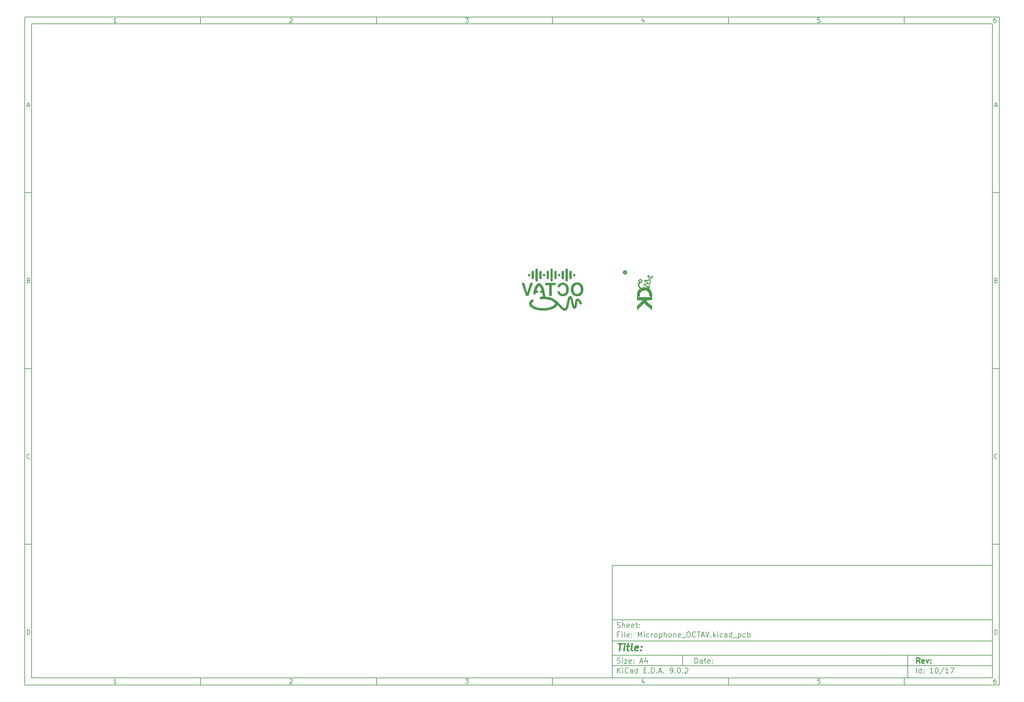
<source format=gbr>
%TF.GenerationSoftware,KiCad,Pcbnew,9.0.2*%
%TF.CreationDate,2025-08-29T05:40:04+02:00*%
%TF.ProjectId,Microphone_OCTAV,4d696372-6f70-4686-9f6e-655f4f435441,rev?*%
%TF.SameCoordinates,Original*%
%TF.FileFunction,Legend,Bot*%
%TF.FilePolarity,Positive*%
%FSLAX46Y46*%
G04 Gerber Fmt 4.6, Leading zero omitted, Abs format (unit mm)*
G04 Created by KiCad (PCBNEW 9.0.2) date 2025-08-29 05:40:04*
%MOMM*%
%LPD*%
G01*
G04 APERTURE LIST*
%ADD10C,0.100000*%
%ADD11C,0.150000*%
%ADD12C,0.300000*%
%ADD13C,0.400000*%
%ADD14C,0.508000*%
%ADD15C,0.000000*%
G04 APERTURE END LIST*
D10*
D11*
X177002200Y-166007200D02*
X285002200Y-166007200D01*
X285002200Y-198007200D01*
X177002200Y-198007200D01*
X177002200Y-166007200D01*
D10*
D11*
X10000000Y-10000000D02*
X287002200Y-10000000D01*
X287002200Y-200007200D01*
X10000000Y-200007200D01*
X10000000Y-10000000D01*
D10*
D11*
X12000000Y-12000000D02*
X285002200Y-12000000D01*
X285002200Y-198007200D01*
X12000000Y-198007200D01*
X12000000Y-12000000D01*
D10*
D11*
X60000000Y-12000000D02*
X60000000Y-10000000D01*
D10*
D11*
X110000000Y-12000000D02*
X110000000Y-10000000D01*
D10*
D11*
X160000000Y-12000000D02*
X160000000Y-10000000D01*
D10*
D11*
X210000000Y-12000000D02*
X210000000Y-10000000D01*
D10*
D11*
X260000000Y-12000000D02*
X260000000Y-10000000D01*
D10*
D11*
X36089160Y-11593604D02*
X35346303Y-11593604D01*
X35717731Y-11593604D02*
X35717731Y-10293604D01*
X35717731Y-10293604D02*
X35593922Y-10479319D01*
X35593922Y-10479319D02*
X35470112Y-10603128D01*
X35470112Y-10603128D02*
X35346303Y-10665033D01*
D10*
D11*
X85346303Y-10417414D02*
X85408207Y-10355509D01*
X85408207Y-10355509D02*
X85532017Y-10293604D01*
X85532017Y-10293604D02*
X85841541Y-10293604D01*
X85841541Y-10293604D02*
X85965350Y-10355509D01*
X85965350Y-10355509D02*
X86027255Y-10417414D01*
X86027255Y-10417414D02*
X86089160Y-10541223D01*
X86089160Y-10541223D02*
X86089160Y-10665033D01*
X86089160Y-10665033D02*
X86027255Y-10850747D01*
X86027255Y-10850747D02*
X85284398Y-11593604D01*
X85284398Y-11593604D02*
X86089160Y-11593604D01*
D10*
D11*
X135284398Y-10293604D02*
X136089160Y-10293604D01*
X136089160Y-10293604D02*
X135655826Y-10788842D01*
X135655826Y-10788842D02*
X135841541Y-10788842D01*
X135841541Y-10788842D02*
X135965350Y-10850747D01*
X135965350Y-10850747D02*
X136027255Y-10912652D01*
X136027255Y-10912652D02*
X136089160Y-11036461D01*
X136089160Y-11036461D02*
X136089160Y-11345985D01*
X136089160Y-11345985D02*
X136027255Y-11469795D01*
X136027255Y-11469795D02*
X135965350Y-11531700D01*
X135965350Y-11531700D02*
X135841541Y-11593604D01*
X135841541Y-11593604D02*
X135470112Y-11593604D01*
X135470112Y-11593604D02*
X135346303Y-11531700D01*
X135346303Y-11531700D02*
X135284398Y-11469795D01*
D10*
D11*
X185965350Y-10726938D02*
X185965350Y-11593604D01*
X185655826Y-10231700D02*
X185346303Y-11160271D01*
X185346303Y-11160271D02*
X186151064Y-11160271D01*
D10*
D11*
X236027255Y-10293604D02*
X235408207Y-10293604D01*
X235408207Y-10293604D02*
X235346303Y-10912652D01*
X235346303Y-10912652D02*
X235408207Y-10850747D01*
X235408207Y-10850747D02*
X235532017Y-10788842D01*
X235532017Y-10788842D02*
X235841541Y-10788842D01*
X235841541Y-10788842D02*
X235965350Y-10850747D01*
X235965350Y-10850747D02*
X236027255Y-10912652D01*
X236027255Y-10912652D02*
X236089160Y-11036461D01*
X236089160Y-11036461D02*
X236089160Y-11345985D01*
X236089160Y-11345985D02*
X236027255Y-11469795D01*
X236027255Y-11469795D02*
X235965350Y-11531700D01*
X235965350Y-11531700D02*
X235841541Y-11593604D01*
X235841541Y-11593604D02*
X235532017Y-11593604D01*
X235532017Y-11593604D02*
X235408207Y-11531700D01*
X235408207Y-11531700D02*
X235346303Y-11469795D01*
D10*
D11*
X285965350Y-10293604D02*
X285717731Y-10293604D01*
X285717731Y-10293604D02*
X285593922Y-10355509D01*
X285593922Y-10355509D02*
X285532017Y-10417414D01*
X285532017Y-10417414D02*
X285408207Y-10603128D01*
X285408207Y-10603128D02*
X285346303Y-10850747D01*
X285346303Y-10850747D02*
X285346303Y-11345985D01*
X285346303Y-11345985D02*
X285408207Y-11469795D01*
X285408207Y-11469795D02*
X285470112Y-11531700D01*
X285470112Y-11531700D02*
X285593922Y-11593604D01*
X285593922Y-11593604D02*
X285841541Y-11593604D01*
X285841541Y-11593604D02*
X285965350Y-11531700D01*
X285965350Y-11531700D02*
X286027255Y-11469795D01*
X286027255Y-11469795D02*
X286089160Y-11345985D01*
X286089160Y-11345985D02*
X286089160Y-11036461D01*
X286089160Y-11036461D02*
X286027255Y-10912652D01*
X286027255Y-10912652D02*
X285965350Y-10850747D01*
X285965350Y-10850747D02*
X285841541Y-10788842D01*
X285841541Y-10788842D02*
X285593922Y-10788842D01*
X285593922Y-10788842D02*
X285470112Y-10850747D01*
X285470112Y-10850747D02*
X285408207Y-10912652D01*
X285408207Y-10912652D02*
X285346303Y-11036461D01*
D10*
D11*
X60000000Y-198007200D02*
X60000000Y-200007200D01*
D10*
D11*
X110000000Y-198007200D02*
X110000000Y-200007200D01*
D10*
D11*
X160000000Y-198007200D02*
X160000000Y-200007200D01*
D10*
D11*
X210000000Y-198007200D02*
X210000000Y-200007200D01*
D10*
D11*
X260000000Y-198007200D02*
X260000000Y-200007200D01*
D10*
D11*
X36089160Y-199600804D02*
X35346303Y-199600804D01*
X35717731Y-199600804D02*
X35717731Y-198300804D01*
X35717731Y-198300804D02*
X35593922Y-198486519D01*
X35593922Y-198486519D02*
X35470112Y-198610328D01*
X35470112Y-198610328D02*
X35346303Y-198672233D01*
D10*
D11*
X85346303Y-198424614D02*
X85408207Y-198362709D01*
X85408207Y-198362709D02*
X85532017Y-198300804D01*
X85532017Y-198300804D02*
X85841541Y-198300804D01*
X85841541Y-198300804D02*
X85965350Y-198362709D01*
X85965350Y-198362709D02*
X86027255Y-198424614D01*
X86027255Y-198424614D02*
X86089160Y-198548423D01*
X86089160Y-198548423D02*
X86089160Y-198672233D01*
X86089160Y-198672233D02*
X86027255Y-198857947D01*
X86027255Y-198857947D02*
X85284398Y-199600804D01*
X85284398Y-199600804D02*
X86089160Y-199600804D01*
D10*
D11*
X135284398Y-198300804D02*
X136089160Y-198300804D01*
X136089160Y-198300804D02*
X135655826Y-198796042D01*
X135655826Y-198796042D02*
X135841541Y-198796042D01*
X135841541Y-198796042D02*
X135965350Y-198857947D01*
X135965350Y-198857947D02*
X136027255Y-198919852D01*
X136027255Y-198919852D02*
X136089160Y-199043661D01*
X136089160Y-199043661D02*
X136089160Y-199353185D01*
X136089160Y-199353185D02*
X136027255Y-199476995D01*
X136027255Y-199476995D02*
X135965350Y-199538900D01*
X135965350Y-199538900D02*
X135841541Y-199600804D01*
X135841541Y-199600804D02*
X135470112Y-199600804D01*
X135470112Y-199600804D02*
X135346303Y-199538900D01*
X135346303Y-199538900D02*
X135284398Y-199476995D01*
D10*
D11*
X185965350Y-198734138D02*
X185965350Y-199600804D01*
X185655826Y-198238900D02*
X185346303Y-199167471D01*
X185346303Y-199167471D02*
X186151064Y-199167471D01*
D10*
D11*
X236027255Y-198300804D02*
X235408207Y-198300804D01*
X235408207Y-198300804D02*
X235346303Y-198919852D01*
X235346303Y-198919852D02*
X235408207Y-198857947D01*
X235408207Y-198857947D02*
X235532017Y-198796042D01*
X235532017Y-198796042D02*
X235841541Y-198796042D01*
X235841541Y-198796042D02*
X235965350Y-198857947D01*
X235965350Y-198857947D02*
X236027255Y-198919852D01*
X236027255Y-198919852D02*
X236089160Y-199043661D01*
X236089160Y-199043661D02*
X236089160Y-199353185D01*
X236089160Y-199353185D02*
X236027255Y-199476995D01*
X236027255Y-199476995D02*
X235965350Y-199538900D01*
X235965350Y-199538900D02*
X235841541Y-199600804D01*
X235841541Y-199600804D02*
X235532017Y-199600804D01*
X235532017Y-199600804D02*
X235408207Y-199538900D01*
X235408207Y-199538900D02*
X235346303Y-199476995D01*
D10*
D11*
X285965350Y-198300804D02*
X285717731Y-198300804D01*
X285717731Y-198300804D02*
X285593922Y-198362709D01*
X285593922Y-198362709D02*
X285532017Y-198424614D01*
X285532017Y-198424614D02*
X285408207Y-198610328D01*
X285408207Y-198610328D02*
X285346303Y-198857947D01*
X285346303Y-198857947D02*
X285346303Y-199353185D01*
X285346303Y-199353185D02*
X285408207Y-199476995D01*
X285408207Y-199476995D02*
X285470112Y-199538900D01*
X285470112Y-199538900D02*
X285593922Y-199600804D01*
X285593922Y-199600804D02*
X285841541Y-199600804D01*
X285841541Y-199600804D02*
X285965350Y-199538900D01*
X285965350Y-199538900D02*
X286027255Y-199476995D01*
X286027255Y-199476995D02*
X286089160Y-199353185D01*
X286089160Y-199353185D02*
X286089160Y-199043661D01*
X286089160Y-199043661D02*
X286027255Y-198919852D01*
X286027255Y-198919852D02*
X285965350Y-198857947D01*
X285965350Y-198857947D02*
X285841541Y-198796042D01*
X285841541Y-198796042D02*
X285593922Y-198796042D01*
X285593922Y-198796042D02*
X285470112Y-198857947D01*
X285470112Y-198857947D02*
X285408207Y-198919852D01*
X285408207Y-198919852D02*
X285346303Y-199043661D01*
D10*
D11*
X10000000Y-60000000D02*
X12000000Y-60000000D01*
D10*
D11*
X10000000Y-110000000D02*
X12000000Y-110000000D01*
D10*
D11*
X10000000Y-160000000D02*
X12000000Y-160000000D01*
D10*
D11*
X10690476Y-35222176D02*
X11309523Y-35222176D01*
X10566666Y-35593604D02*
X10999999Y-34293604D01*
X10999999Y-34293604D02*
X11433333Y-35593604D01*
D10*
D11*
X11092857Y-84912652D02*
X11278571Y-84974557D01*
X11278571Y-84974557D02*
X11340476Y-85036461D01*
X11340476Y-85036461D02*
X11402380Y-85160271D01*
X11402380Y-85160271D02*
X11402380Y-85345985D01*
X11402380Y-85345985D02*
X11340476Y-85469795D01*
X11340476Y-85469795D02*
X11278571Y-85531700D01*
X11278571Y-85531700D02*
X11154761Y-85593604D01*
X11154761Y-85593604D02*
X10659523Y-85593604D01*
X10659523Y-85593604D02*
X10659523Y-84293604D01*
X10659523Y-84293604D02*
X11092857Y-84293604D01*
X11092857Y-84293604D02*
X11216666Y-84355509D01*
X11216666Y-84355509D02*
X11278571Y-84417414D01*
X11278571Y-84417414D02*
X11340476Y-84541223D01*
X11340476Y-84541223D02*
X11340476Y-84665033D01*
X11340476Y-84665033D02*
X11278571Y-84788842D01*
X11278571Y-84788842D02*
X11216666Y-84850747D01*
X11216666Y-84850747D02*
X11092857Y-84912652D01*
X11092857Y-84912652D02*
X10659523Y-84912652D01*
D10*
D11*
X11402380Y-135469795D02*
X11340476Y-135531700D01*
X11340476Y-135531700D02*
X11154761Y-135593604D01*
X11154761Y-135593604D02*
X11030952Y-135593604D01*
X11030952Y-135593604D02*
X10845238Y-135531700D01*
X10845238Y-135531700D02*
X10721428Y-135407890D01*
X10721428Y-135407890D02*
X10659523Y-135284080D01*
X10659523Y-135284080D02*
X10597619Y-135036461D01*
X10597619Y-135036461D02*
X10597619Y-134850747D01*
X10597619Y-134850747D02*
X10659523Y-134603128D01*
X10659523Y-134603128D02*
X10721428Y-134479319D01*
X10721428Y-134479319D02*
X10845238Y-134355509D01*
X10845238Y-134355509D02*
X11030952Y-134293604D01*
X11030952Y-134293604D02*
X11154761Y-134293604D01*
X11154761Y-134293604D02*
X11340476Y-134355509D01*
X11340476Y-134355509D02*
X11402380Y-134417414D01*
D10*
D11*
X10659523Y-185593604D02*
X10659523Y-184293604D01*
X10659523Y-184293604D02*
X10969047Y-184293604D01*
X10969047Y-184293604D02*
X11154761Y-184355509D01*
X11154761Y-184355509D02*
X11278571Y-184479319D01*
X11278571Y-184479319D02*
X11340476Y-184603128D01*
X11340476Y-184603128D02*
X11402380Y-184850747D01*
X11402380Y-184850747D02*
X11402380Y-185036461D01*
X11402380Y-185036461D02*
X11340476Y-185284080D01*
X11340476Y-185284080D02*
X11278571Y-185407890D01*
X11278571Y-185407890D02*
X11154761Y-185531700D01*
X11154761Y-185531700D02*
X10969047Y-185593604D01*
X10969047Y-185593604D02*
X10659523Y-185593604D01*
D10*
D11*
X287002200Y-60000000D02*
X285002200Y-60000000D01*
D10*
D11*
X287002200Y-110000000D02*
X285002200Y-110000000D01*
D10*
D11*
X287002200Y-160000000D02*
X285002200Y-160000000D01*
D10*
D11*
X285692676Y-35222176D02*
X286311723Y-35222176D01*
X285568866Y-35593604D02*
X286002199Y-34293604D01*
X286002199Y-34293604D02*
X286435533Y-35593604D01*
D10*
D11*
X286095057Y-84912652D02*
X286280771Y-84974557D01*
X286280771Y-84974557D02*
X286342676Y-85036461D01*
X286342676Y-85036461D02*
X286404580Y-85160271D01*
X286404580Y-85160271D02*
X286404580Y-85345985D01*
X286404580Y-85345985D02*
X286342676Y-85469795D01*
X286342676Y-85469795D02*
X286280771Y-85531700D01*
X286280771Y-85531700D02*
X286156961Y-85593604D01*
X286156961Y-85593604D02*
X285661723Y-85593604D01*
X285661723Y-85593604D02*
X285661723Y-84293604D01*
X285661723Y-84293604D02*
X286095057Y-84293604D01*
X286095057Y-84293604D02*
X286218866Y-84355509D01*
X286218866Y-84355509D02*
X286280771Y-84417414D01*
X286280771Y-84417414D02*
X286342676Y-84541223D01*
X286342676Y-84541223D02*
X286342676Y-84665033D01*
X286342676Y-84665033D02*
X286280771Y-84788842D01*
X286280771Y-84788842D02*
X286218866Y-84850747D01*
X286218866Y-84850747D02*
X286095057Y-84912652D01*
X286095057Y-84912652D02*
X285661723Y-84912652D01*
D10*
D11*
X286404580Y-135469795D02*
X286342676Y-135531700D01*
X286342676Y-135531700D02*
X286156961Y-135593604D01*
X286156961Y-135593604D02*
X286033152Y-135593604D01*
X286033152Y-135593604D02*
X285847438Y-135531700D01*
X285847438Y-135531700D02*
X285723628Y-135407890D01*
X285723628Y-135407890D02*
X285661723Y-135284080D01*
X285661723Y-135284080D02*
X285599819Y-135036461D01*
X285599819Y-135036461D02*
X285599819Y-134850747D01*
X285599819Y-134850747D02*
X285661723Y-134603128D01*
X285661723Y-134603128D02*
X285723628Y-134479319D01*
X285723628Y-134479319D02*
X285847438Y-134355509D01*
X285847438Y-134355509D02*
X286033152Y-134293604D01*
X286033152Y-134293604D02*
X286156961Y-134293604D01*
X286156961Y-134293604D02*
X286342676Y-134355509D01*
X286342676Y-134355509D02*
X286404580Y-134417414D01*
D10*
D11*
X285661723Y-185593604D02*
X285661723Y-184293604D01*
X285661723Y-184293604D02*
X285971247Y-184293604D01*
X285971247Y-184293604D02*
X286156961Y-184355509D01*
X286156961Y-184355509D02*
X286280771Y-184479319D01*
X286280771Y-184479319D02*
X286342676Y-184603128D01*
X286342676Y-184603128D02*
X286404580Y-184850747D01*
X286404580Y-184850747D02*
X286404580Y-185036461D01*
X286404580Y-185036461D02*
X286342676Y-185284080D01*
X286342676Y-185284080D02*
X286280771Y-185407890D01*
X286280771Y-185407890D02*
X286156961Y-185531700D01*
X286156961Y-185531700D02*
X285971247Y-185593604D01*
X285971247Y-185593604D02*
X285661723Y-185593604D01*
D10*
D11*
X200458026Y-193793328D02*
X200458026Y-192293328D01*
X200458026Y-192293328D02*
X200815169Y-192293328D01*
X200815169Y-192293328D02*
X201029455Y-192364757D01*
X201029455Y-192364757D02*
X201172312Y-192507614D01*
X201172312Y-192507614D02*
X201243741Y-192650471D01*
X201243741Y-192650471D02*
X201315169Y-192936185D01*
X201315169Y-192936185D02*
X201315169Y-193150471D01*
X201315169Y-193150471D02*
X201243741Y-193436185D01*
X201243741Y-193436185D02*
X201172312Y-193579042D01*
X201172312Y-193579042D02*
X201029455Y-193721900D01*
X201029455Y-193721900D02*
X200815169Y-193793328D01*
X200815169Y-193793328D02*
X200458026Y-193793328D01*
X202600884Y-193793328D02*
X202600884Y-193007614D01*
X202600884Y-193007614D02*
X202529455Y-192864757D01*
X202529455Y-192864757D02*
X202386598Y-192793328D01*
X202386598Y-192793328D02*
X202100884Y-192793328D01*
X202100884Y-192793328D02*
X201958026Y-192864757D01*
X202600884Y-193721900D02*
X202458026Y-193793328D01*
X202458026Y-193793328D02*
X202100884Y-193793328D01*
X202100884Y-193793328D02*
X201958026Y-193721900D01*
X201958026Y-193721900D02*
X201886598Y-193579042D01*
X201886598Y-193579042D02*
X201886598Y-193436185D01*
X201886598Y-193436185D02*
X201958026Y-193293328D01*
X201958026Y-193293328D02*
X202100884Y-193221900D01*
X202100884Y-193221900D02*
X202458026Y-193221900D01*
X202458026Y-193221900D02*
X202600884Y-193150471D01*
X203100884Y-192793328D02*
X203672312Y-192793328D01*
X203315169Y-192293328D02*
X203315169Y-193579042D01*
X203315169Y-193579042D02*
X203386598Y-193721900D01*
X203386598Y-193721900D02*
X203529455Y-193793328D01*
X203529455Y-193793328D02*
X203672312Y-193793328D01*
X204743741Y-193721900D02*
X204600884Y-193793328D01*
X204600884Y-193793328D02*
X204315170Y-193793328D01*
X204315170Y-193793328D02*
X204172312Y-193721900D01*
X204172312Y-193721900D02*
X204100884Y-193579042D01*
X204100884Y-193579042D02*
X204100884Y-193007614D01*
X204100884Y-193007614D02*
X204172312Y-192864757D01*
X204172312Y-192864757D02*
X204315170Y-192793328D01*
X204315170Y-192793328D02*
X204600884Y-192793328D01*
X204600884Y-192793328D02*
X204743741Y-192864757D01*
X204743741Y-192864757D02*
X204815170Y-193007614D01*
X204815170Y-193007614D02*
X204815170Y-193150471D01*
X204815170Y-193150471D02*
X204100884Y-193293328D01*
X205458026Y-193650471D02*
X205529455Y-193721900D01*
X205529455Y-193721900D02*
X205458026Y-193793328D01*
X205458026Y-193793328D02*
X205386598Y-193721900D01*
X205386598Y-193721900D02*
X205458026Y-193650471D01*
X205458026Y-193650471D02*
X205458026Y-193793328D01*
X205458026Y-192864757D02*
X205529455Y-192936185D01*
X205529455Y-192936185D02*
X205458026Y-193007614D01*
X205458026Y-193007614D02*
X205386598Y-192936185D01*
X205386598Y-192936185D02*
X205458026Y-192864757D01*
X205458026Y-192864757D02*
X205458026Y-193007614D01*
D10*
D11*
X177002200Y-194507200D02*
X285002200Y-194507200D01*
D10*
D11*
X178458026Y-196593328D02*
X178458026Y-195093328D01*
X179315169Y-196593328D02*
X178672312Y-195736185D01*
X179315169Y-195093328D02*
X178458026Y-195950471D01*
X179958026Y-196593328D02*
X179958026Y-195593328D01*
X179958026Y-195093328D02*
X179886598Y-195164757D01*
X179886598Y-195164757D02*
X179958026Y-195236185D01*
X179958026Y-195236185D02*
X180029455Y-195164757D01*
X180029455Y-195164757D02*
X179958026Y-195093328D01*
X179958026Y-195093328D02*
X179958026Y-195236185D01*
X181529455Y-196450471D02*
X181458027Y-196521900D01*
X181458027Y-196521900D02*
X181243741Y-196593328D01*
X181243741Y-196593328D02*
X181100884Y-196593328D01*
X181100884Y-196593328D02*
X180886598Y-196521900D01*
X180886598Y-196521900D02*
X180743741Y-196379042D01*
X180743741Y-196379042D02*
X180672312Y-196236185D01*
X180672312Y-196236185D02*
X180600884Y-195950471D01*
X180600884Y-195950471D02*
X180600884Y-195736185D01*
X180600884Y-195736185D02*
X180672312Y-195450471D01*
X180672312Y-195450471D02*
X180743741Y-195307614D01*
X180743741Y-195307614D02*
X180886598Y-195164757D01*
X180886598Y-195164757D02*
X181100884Y-195093328D01*
X181100884Y-195093328D02*
X181243741Y-195093328D01*
X181243741Y-195093328D02*
X181458027Y-195164757D01*
X181458027Y-195164757D02*
X181529455Y-195236185D01*
X182815170Y-196593328D02*
X182815170Y-195807614D01*
X182815170Y-195807614D02*
X182743741Y-195664757D01*
X182743741Y-195664757D02*
X182600884Y-195593328D01*
X182600884Y-195593328D02*
X182315170Y-195593328D01*
X182315170Y-195593328D02*
X182172312Y-195664757D01*
X182815170Y-196521900D02*
X182672312Y-196593328D01*
X182672312Y-196593328D02*
X182315170Y-196593328D01*
X182315170Y-196593328D02*
X182172312Y-196521900D01*
X182172312Y-196521900D02*
X182100884Y-196379042D01*
X182100884Y-196379042D02*
X182100884Y-196236185D01*
X182100884Y-196236185D02*
X182172312Y-196093328D01*
X182172312Y-196093328D02*
X182315170Y-196021900D01*
X182315170Y-196021900D02*
X182672312Y-196021900D01*
X182672312Y-196021900D02*
X182815170Y-195950471D01*
X184172313Y-196593328D02*
X184172313Y-195093328D01*
X184172313Y-196521900D02*
X184029455Y-196593328D01*
X184029455Y-196593328D02*
X183743741Y-196593328D01*
X183743741Y-196593328D02*
X183600884Y-196521900D01*
X183600884Y-196521900D02*
X183529455Y-196450471D01*
X183529455Y-196450471D02*
X183458027Y-196307614D01*
X183458027Y-196307614D02*
X183458027Y-195879042D01*
X183458027Y-195879042D02*
X183529455Y-195736185D01*
X183529455Y-195736185D02*
X183600884Y-195664757D01*
X183600884Y-195664757D02*
X183743741Y-195593328D01*
X183743741Y-195593328D02*
X184029455Y-195593328D01*
X184029455Y-195593328D02*
X184172313Y-195664757D01*
X186029455Y-195807614D02*
X186529455Y-195807614D01*
X186743741Y-196593328D02*
X186029455Y-196593328D01*
X186029455Y-196593328D02*
X186029455Y-195093328D01*
X186029455Y-195093328D02*
X186743741Y-195093328D01*
X187386598Y-196450471D02*
X187458027Y-196521900D01*
X187458027Y-196521900D02*
X187386598Y-196593328D01*
X187386598Y-196593328D02*
X187315170Y-196521900D01*
X187315170Y-196521900D02*
X187386598Y-196450471D01*
X187386598Y-196450471D02*
X187386598Y-196593328D01*
X188100884Y-196593328D02*
X188100884Y-195093328D01*
X188100884Y-195093328D02*
X188458027Y-195093328D01*
X188458027Y-195093328D02*
X188672313Y-195164757D01*
X188672313Y-195164757D02*
X188815170Y-195307614D01*
X188815170Y-195307614D02*
X188886599Y-195450471D01*
X188886599Y-195450471D02*
X188958027Y-195736185D01*
X188958027Y-195736185D02*
X188958027Y-195950471D01*
X188958027Y-195950471D02*
X188886599Y-196236185D01*
X188886599Y-196236185D02*
X188815170Y-196379042D01*
X188815170Y-196379042D02*
X188672313Y-196521900D01*
X188672313Y-196521900D02*
X188458027Y-196593328D01*
X188458027Y-196593328D02*
X188100884Y-196593328D01*
X189600884Y-196450471D02*
X189672313Y-196521900D01*
X189672313Y-196521900D02*
X189600884Y-196593328D01*
X189600884Y-196593328D02*
X189529456Y-196521900D01*
X189529456Y-196521900D02*
X189600884Y-196450471D01*
X189600884Y-196450471D02*
X189600884Y-196593328D01*
X190243742Y-196164757D02*
X190958028Y-196164757D01*
X190100885Y-196593328D02*
X190600885Y-195093328D01*
X190600885Y-195093328D02*
X191100885Y-196593328D01*
X191600884Y-196450471D02*
X191672313Y-196521900D01*
X191672313Y-196521900D02*
X191600884Y-196593328D01*
X191600884Y-196593328D02*
X191529456Y-196521900D01*
X191529456Y-196521900D02*
X191600884Y-196450471D01*
X191600884Y-196450471D02*
X191600884Y-196593328D01*
X193529456Y-196593328D02*
X193815170Y-196593328D01*
X193815170Y-196593328D02*
X193958027Y-196521900D01*
X193958027Y-196521900D02*
X194029456Y-196450471D01*
X194029456Y-196450471D02*
X194172313Y-196236185D01*
X194172313Y-196236185D02*
X194243742Y-195950471D01*
X194243742Y-195950471D02*
X194243742Y-195379042D01*
X194243742Y-195379042D02*
X194172313Y-195236185D01*
X194172313Y-195236185D02*
X194100885Y-195164757D01*
X194100885Y-195164757D02*
X193958027Y-195093328D01*
X193958027Y-195093328D02*
X193672313Y-195093328D01*
X193672313Y-195093328D02*
X193529456Y-195164757D01*
X193529456Y-195164757D02*
X193458027Y-195236185D01*
X193458027Y-195236185D02*
X193386599Y-195379042D01*
X193386599Y-195379042D02*
X193386599Y-195736185D01*
X193386599Y-195736185D02*
X193458027Y-195879042D01*
X193458027Y-195879042D02*
X193529456Y-195950471D01*
X193529456Y-195950471D02*
X193672313Y-196021900D01*
X193672313Y-196021900D02*
X193958027Y-196021900D01*
X193958027Y-196021900D02*
X194100885Y-195950471D01*
X194100885Y-195950471D02*
X194172313Y-195879042D01*
X194172313Y-195879042D02*
X194243742Y-195736185D01*
X194886598Y-196450471D02*
X194958027Y-196521900D01*
X194958027Y-196521900D02*
X194886598Y-196593328D01*
X194886598Y-196593328D02*
X194815170Y-196521900D01*
X194815170Y-196521900D02*
X194886598Y-196450471D01*
X194886598Y-196450471D02*
X194886598Y-196593328D01*
X195886599Y-195093328D02*
X196029456Y-195093328D01*
X196029456Y-195093328D02*
X196172313Y-195164757D01*
X196172313Y-195164757D02*
X196243742Y-195236185D01*
X196243742Y-195236185D02*
X196315170Y-195379042D01*
X196315170Y-195379042D02*
X196386599Y-195664757D01*
X196386599Y-195664757D02*
X196386599Y-196021900D01*
X196386599Y-196021900D02*
X196315170Y-196307614D01*
X196315170Y-196307614D02*
X196243742Y-196450471D01*
X196243742Y-196450471D02*
X196172313Y-196521900D01*
X196172313Y-196521900D02*
X196029456Y-196593328D01*
X196029456Y-196593328D02*
X195886599Y-196593328D01*
X195886599Y-196593328D02*
X195743742Y-196521900D01*
X195743742Y-196521900D02*
X195672313Y-196450471D01*
X195672313Y-196450471D02*
X195600884Y-196307614D01*
X195600884Y-196307614D02*
X195529456Y-196021900D01*
X195529456Y-196021900D02*
X195529456Y-195664757D01*
X195529456Y-195664757D02*
X195600884Y-195379042D01*
X195600884Y-195379042D02*
X195672313Y-195236185D01*
X195672313Y-195236185D02*
X195743742Y-195164757D01*
X195743742Y-195164757D02*
X195886599Y-195093328D01*
X197029455Y-196450471D02*
X197100884Y-196521900D01*
X197100884Y-196521900D02*
X197029455Y-196593328D01*
X197029455Y-196593328D02*
X196958027Y-196521900D01*
X196958027Y-196521900D02*
X197029455Y-196450471D01*
X197029455Y-196450471D02*
X197029455Y-196593328D01*
X197672313Y-195236185D02*
X197743741Y-195164757D01*
X197743741Y-195164757D02*
X197886599Y-195093328D01*
X197886599Y-195093328D02*
X198243741Y-195093328D01*
X198243741Y-195093328D02*
X198386599Y-195164757D01*
X198386599Y-195164757D02*
X198458027Y-195236185D01*
X198458027Y-195236185D02*
X198529456Y-195379042D01*
X198529456Y-195379042D02*
X198529456Y-195521900D01*
X198529456Y-195521900D02*
X198458027Y-195736185D01*
X198458027Y-195736185D02*
X197600884Y-196593328D01*
X197600884Y-196593328D02*
X198529456Y-196593328D01*
D10*
D11*
X177002200Y-191507200D02*
X285002200Y-191507200D01*
D10*
D12*
X264413853Y-193785528D02*
X263913853Y-193071242D01*
X263556710Y-193785528D02*
X263556710Y-192285528D01*
X263556710Y-192285528D02*
X264128139Y-192285528D01*
X264128139Y-192285528D02*
X264270996Y-192356957D01*
X264270996Y-192356957D02*
X264342425Y-192428385D01*
X264342425Y-192428385D02*
X264413853Y-192571242D01*
X264413853Y-192571242D02*
X264413853Y-192785528D01*
X264413853Y-192785528D02*
X264342425Y-192928385D01*
X264342425Y-192928385D02*
X264270996Y-192999814D01*
X264270996Y-192999814D02*
X264128139Y-193071242D01*
X264128139Y-193071242D02*
X263556710Y-193071242D01*
X265628139Y-193714100D02*
X265485282Y-193785528D01*
X265485282Y-193785528D02*
X265199568Y-193785528D01*
X265199568Y-193785528D02*
X265056710Y-193714100D01*
X265056710Y-193714100D02*
X264985282Y-193571242D01*
X264985282Y-193571242D02*
X264985282Y-192999814D01*
X264985282Y-192999814D02*
X265056710Y-192856957D01*
X265056710Y-192856957D02*
X265199568Y-192785528D01*
X265199568Y-192785528D02*
X265485282Y-192785528D01*
X265485282Y-192785528D02*
X265628139Y-192856957D01*
X265628139Y-192856957D02*
X265699568Y-192999814D01*
X265699568Y-192999814D02*
X265699568Y-193142671D01*
X265699568Y-193142671D02*
X264985282Y-193285528D01*
X266199567Y-192785528D02*
X266556710Y-193785528D01*
X266556710Y-193785528D02*
X266913853Y-192785528D01*
X267485281Y-193642671D02*
X267556710Y-193714100D01*
X267556710Y-193714100D02*
X267485281Y-193785528D01*
X267485281Y-193785528D02*
X267413853Y-193714100D01*
X267413853Y-193714100D02*
X267485281Y-193642671D01*
X267485281Y-193642671D02*
X267485281Y-193785528D01*
X267485281Y-192856957D02*
X267556710Y-192928385D01*
X267556710Y-192928385D02*
X267485281Y-192999814D01*
X267485281Y-192999814D02*
X267413853Y-192928385D01*
X267413853Y-192928385D02*
X267485281Y-192856957D01*
X267485281Y-192856957D02*
X267485281Y-192999814D01*
D10*
D11*
X178386598Y-193721900D02*
X178600884Y-193793328D01*
X178600884Y-193793328D02*
X178958026Y-193793328D01*
X178958026Y-193793328D02*
X179100884Y-193721900D01*
X179100884Y-193721900D02*
X179172312Y-193650471D01*
X179172312Y-193650471D02*
X179243741Y-193507614D01*
X179243741Y-193507614D02*
X179243741Y-193364757D01*
X179243741Y-193364757D02*
X179172312Y-193221900D01*
X179172312Y-193221900D02*
X179100884Y-193150471D01*
X179100884Y-193150471D02*
X178958026Y-193079042D01*
X178958026Y-193079042D02*
X178672312Y-193007614D01*
X178672312Y-193007614D02*
X178529455Y-192936185D01*
X178529455Y-192936185D02*
X178458026Y-192864757D01*
X178458026Y-192864757D02*
X178386598Y-192721900D01*
X178386598Y-192721900D02*
X178386598Y-192579042D01*
X178386598Y-192579042D02*
X178458026Y-192436185D01*
X178458026Y-192436185D02*
X178529455Y-192364757D01*
X178529455Y-192364757D02*
X178672312Y-192293328D01*
X178672312Y-192293328D02*
X179029455Y-192293328D01*
X179029455Y-192293328D02*
X179243741Y-192364757D01*
X179886597Y-193793328D02*
X179886597Y-192793328D01*
X179886597Y-192293328D02*
X179815169Y-192364757D01*
X179815169Y-192364757D02*
X179886597Y-192436185D01*
X179886597Y-192436185D02*
X179958026Y-192364757D01*
X179958026Y-192364757D02*
X179886597Y-192293328D01*
X179886597Y-192293328D02*
X179886597Y-192436185D01*
X180458026Y-192793328D02*
X181243741Y-192793328D01*
X181243741Y-192793328D02*
X180458026Y-193793328D01*
X180458026Y-193793328D02*
X181243741Y-193793328D01*
X182386598Y-193721900D02*
X182243741Y-193793328D01*
X182243741Y-193793328D02*
X181958027Y-193793328D01*
X181958027Y-193793328D02*
X181815169Y-193721900D01*
X181815169Y-193721900D02*
X181743741Y-193579042D01*
X181743741Y-193579042D02*
X181743741Y-193007614D01*
X181743741Y-193007614D02*
X181815169Y-192864757D01*
X181815169Y-192864757D02*
X181958027Y-192793328D01*
X181958027Y-192793328D02*
X182243741Y-192793328D01*
X182243741Y-192793328D02*
X182386598Y-192864757D01*
X182386598Y-192864757D02*
X182458027Y-193007614D01*
X182458027Y-193007614D02*
X182458027Y-193150471D01*
X182458027Y-193150471D02*
X181743741Y-193293328D01*
X183100883Y-193650471D02*
X183172312Y-193721900D01*
X183172312Y-193721900D02*
X183100883Y-193793328D01*
X183100883Y-193793328D02*
X183029455Y-193721900D01*
X183029455Y-193721900D02*
X183100883Y-193650471D01*
X183100883Y-193650471D02*
X183100883Y-193793328D01*
X183100883Y-192864757D02*
X183172312Y-192936185D01*
X183172312Y-192936185D02*
X183100883Y-193007614D01*
X183100883Y-193007614D02*
X183029455Y-192936185D01*
X183029455Y-192936185D02*
X183100883Y-192864757D01*
X183100883Y-192864757D02*
X183100883Y-193007614D01*
X184886598Y-193364757D02*
X185600884Y-193364757D01*
X184743741Y-193793328D02*
X185243741Y-192293328D01*
X185243741Y-192293328D02*
X185743741Y-193793328D01*
X186886598Y-192793328D02*
X186886598Y-193793328D01*
X186529455Y-192221900D02*
X186172312Y-193293328D01*
X186172312Y-193293328D02*
X187100883Y-193293328D01*
D10*
D11*
X263458026Y-196593328D02*
X263458026Y-195093328D01*
X264815170Y-196593328D02*
X264815170Y-195093328D01*
X264815170Y-196521900D02*
X264672312Y-196593328D01*
X264672312Y-196593328D02*
X264386598Y-196593328D01*
X264386598Y-196593328D02*
X264243741Y-196521900D01*
X264243741Y-196521900D02*
X264172312Y-196450471D01*
X264172312Y-196450471D02*
X264100884Y-196307614D01*
X264100884Y-196307614D02*
X264100884Y-195879042D01*
X264100884Y-195879042D02*
X264172312Y-195736185D01*
X264172312Y-195736185D02*
X264243741Y-195664757D01*
X264243741Y-195664757D02*
X264386598Y-195593328D01*
X264386598Y-195593328D02*
X264672312Y-195593328D01*
X264672312Y-195593328D02*
X264815170Y-195664757D01*
X265529455Y-196450471D02*
X265600884Y-196521900D01*
X265600884Y-196521900D02*
X265529455Y-196593328D01*
X265529455Y-196593328D02*
X265458027Y-196521900D01*
X265458027Y-196521900D02*
X265529455Y-196450471D01*
X265529455Y-196450471D02*
X265529455Y-196593328D01*
X265529455Y-195664757D02*
X265600884Y-195736185D01*
X265600884Y-195736185D02*
X265529455Y-195807614D01*
X265529455Y-195807614D02*
X265458027Y-195736185D01*
X265458027Y-195736185D02*
X265529455Y-195664757D01*
X265529455Y-195664757D02*
X265529455Y-195807614D01*
X268172313Y-196593328D02*
X267315170Y-196593328D01*
X267743741Y-196593328D02*
X267743741Y-195093328D01*
X267743741Y-195093328D02*
X267600884Y-195307614D01*
X267600884Y-195307614D02*
X267458027Y-195450471D01*
X267458027Y-195450471D02*
X267315170Y-195521900D01*
X269100884Y-195093328D02*
X269243741Y-195093328D01*
X269243741Y-195093328D02*
X269386598Y-195164757D01*
X269386598Y-195164757D02*
X269458027Y-195236185D01*
X269458027Y-195236185D02*
X269529455Y-195379042D01*
X269529455Y-195379042D02*
X269600884Y-195664757D01*
X269600884Y-195664757D02*
X269600884Y-196021900D01*
X269600884Y-196021900D02*
X269529455Y-196307614D01*
X269529455Y-196307614D02*
X269458027Y-196450471D01*
X269458027Y-196450471D02*
X269386598Y-196521900D01*
X269386598Y-196521900D02*
X269243741Y-196593328D01*
X269243741Y-196593328D02*
X269100884Y-196593328D01*
X269100884Y-196593328D02*
X268958027Y-196521900D01*
X268958027Y-196521900D02*
X268886598Y-196450471D01*
X268886598Y-196450471D02*
X268815169Y-196307614D01*
X268815169Y-196307614D02*
X268743741Y-196021900D01*
X268743741Y-196021900D02*
X268743741Y-195664757D01*
X268743741Y-195664757D02*
X268815169Y-195379042D01*
X268815169Y-195379042D02*
X268886598Y-195236185D01*
X268886598Y-195236185D02*
X268958027Y-195164757D01*
X268958027Y-195164757D02*
X269100884Y-195093328D01*
X271315169Y-195021900D02*
X270029455Y-196950471D01*
X272600884Y-196593328D02*
X271743741Y-196593328D01*
X272172312Y-196593328D02*
X272172312Y-195093328D01*
X272172312Y-195093328D02*
X272029455Y-195307614D01*
X272029455Y-195307614D02*
X271886598Y-195450471D01*
X271886598Y-195450471D02*
X271743741Y-195521900D01*
X273100883Y-195093328D02*
X274100883Y-195093328D01*
X274100883Y-195093328D02*
X273458026Y-196593328D01*
D10*
D11*
X177002200Y-187507200D02*
X285002200Y-187507200D01*
D10*
D13*
X178693928Y-188211638D02*
X179836785Y-188211638D01*
X179015357Y-190211638D02*
X179265357Y-188211638D01*
X180253452Y-190211638D02*
X180420119Y-188878304D01*
X180503452Y-188211638D02*
X180396309Y-188306876D01*
X180396309Y-188306876D02*
X180479643Y-188402114D01*
X180479643Y-188402114D02*
X180586786Y-188306876D01*
X180586786Y-188306876D02*
X180503452Y-188211638D01*
X180503452Y-188211638D02*
X180479643Y-188402114D01*
X181086786Y-188878304D02*
X181848690Y-188878304D01*
X181455833Y-188211638D02*
X181241548Y-189925923D01*
X181241548Y-189925923D02*
X181312976Y-190116400D01*
X181312976Y-190116400D02*
X181491548Y-190211638D01*
X181491548Y-190211638D02*
X181682024Y-190211638D01*
X182634405Y-190211638D02*
X182455833Y-190116400D01*
X182455833Y-190116400D02*
X182384405Y-189925923D01*
X182384405Y-189925923D02*
X182598690Y-188211638D01*
X184170119Y-190116400D02*
X183967738Y-190211638D01*
X183967738Y-190211638D02*
X183586785Y-190211638D01*
X183586785Y-190211638D02*
X183408214Y-190116400D01*
X183408214Y-190116400D02*
X183336785Y-189925923D01*
X183336785Y-189925923D02*
X183432024Y-189164019D01*
X183432024Y-189164019D02*
X183551071Y-188973542D01*
X183551071Y-188973542D02*
X183753452Y-188878304D01*
X183753452Y-188878304D02*
X184134404Y-188878304D01*
X184134404Y-188878304D02*
X184312976Y-188973542D01*
X184312976Y-188973542D02*
X184384404Y-189164019D01*
X184384404Y-189164019D02*
X184360595Y-189354495D01*
X184360595Y-189354495D02*
X183384404Y-189544971D01*
X185134405Y-190021161D02*
X185217738Y-190116400D01*
X185217738Y-190116400D02*
X185110595Y-190211638D01*
X185110595Y-190211638D02*
X185027262Y-190116400D01*
X185027262Y-190116400D02*
X185134405Y-190021161D01*
X185134405Y-190021161D02*
X185110595Y-190211638D01*
X185265357Y-188973542D02*
X185348690Y-189068780D01*
X185348690Y-189068780D02*
X185241548Y-189164019D01*
X185241548Y-189164019D02*
X185158214Y-189068780D01*
X185158214Y-189068780D02*
X185265357Y-188973542D01*
X185265357Y-188973542D02*
X185241548Y-189164019D01*
D10*
D11*
X178958026Y-185607614D02*
X178458026Y-185607614D01*
X178458026Y-186393328D02*
X178458026Y-184893328D01*
X178458026Y-184893328D02*
X179172312Y-184893328D01*
X179743740Y-186393328D02*
X179743740Y-185393328D01*
X179743740Y-184893328D02*
X179672312Y-184964757D01*
X179672312Y-184964757D02*
X179743740Y-185036185D01*
X179743740Y-185036185D02*
X179815169Y-184964757D01*
X179815169Y-184964757D02*
X179743740Y-184893328D01*
X179743740Y-184893328D02*
X179743740Y-185036185D01*
X180672312Y-186393328D02*
X180529455Y-186321900D01*
X180529455Y-186321900D02*
X180458026Y-186179042D01*
X180458026Y-186179042D02*
X180458026Y-184893328D01*
X181815169Y-186321900D02*
X181672312Y-186393328D01*
X181672312Y-186393328D02*
X181386598Y-186393328D01*
X181386598Y-186393328D02*
X181243740Y-186321900D01*
X181243740Y-186321900D02*
X181172312Y-186179042D01*
X181172312Y-186179042D02*
X181172312Y-185607614D01*
X181172312Y-185607614D02*
X181243740Y-185464757D01*
X181243740Y-185464757D02*
X181386598Y-185393328D01*
X181386598Y-185393328D02*
X181672312Y-185393328D01*
X181672312Y-185393328D02*
X181815169Y-185464757D01*
X181815169Y-185464757D02*
X181886598Y-185607614D01*
X181886598Y-185607614D02*
X181886598Y-185750471D01*
X181886598Y-185750471D02*
X181172312Y-185893328D01*
X182529454Y-186250471D02*
X182600883Y-186321900D01*
X182600883Y-186321900D02*
X182529454Y-186393328D01*
X182529454Y-186393328D02*
X182458026Y-186321900D01*
X182458026Y-186321900D02*
X182529454Y-186250471D01*
X182529454Y-186250471D02*
X182529454Y-186393328D01*
X182529454Y-185464757D02*
X182600883Y-185536185D01*
X182600883Y-185536185D02*
X182529454Y-185607614D01*
X182529454Y-185607614D02*
X182458026Y-185536185D01*
X182458026Y-185536185D02*
X182529454Y-185464757D01*
X182529454Y-185464757D02*
X182529454Y-185607614D01*
X184386597Y-186393328D02*
X184386597Y-184893328D01*
X184386597Y-184893328D02*
X184886597Y-185964757D01*
X184886597Y-185964757D02*
X185386597Y-184893328D01*
X185386597Y-184893328D02*
X185386597Y-186393328D01*
X186100883Y-186393328D02*
X186100883Y-185393328D01*
X186100883Y-184893328D02*
X186029455Y-184964757D01*
X186029455Y-184964757D02*
X186100883Y-185036185D01*
X186100883Y-185036185D02*
X186172312Y-184964757D01*
X186172312Y-184964757D02*
X186100883Y-184893328D01*
X186100883Y-184893328D02*
X186100883Y-185036185D01*
X187458027Y-186321900D02*
X187315169Y-186393328D01*
X187315169Y-186393328D02*
X187029455Y-186393328D01*
X187029455Y-186393328D02*
X186886598Y-186321900D01*
X186886598Y-186321900D02*
X186815169Y-186250471D01*
X186815169Y-186250471D02*
X186743741Y-186107614D01*
X186743741Y-186107614D02*
X186743741Y-185679042D01*
X186743741Y-185679042D02*
X186815169Y-185536185D01*
X186815169Y-185536185D02*
X186886598Y-185464757D01*
X186886598Y-185464757D02*
X187029455Y-185393328D01*
X187029455Y-185393328D02*
X187315169Y-185393328D01*
X187315169Y-185393328D02*
X187458027Y-185464757D01*
X188100883Y-186393328D02*
X188100883Y-185393328D01*
X188100883Y-185679042D02*
X188172312Y-185536185D01*
X188172312Y-185536185D02*
X188243741Y-185464757D01*
X188243741Y-185464757D02*
X188386598Y-185393328D01*
X188386598Y-185393328D02*
X188529455Y-185393328D01*
X189243740Y-186393328D02*
X189100883Y-186321900D01*
X189100883Y-186321900D02*
X189029454Y-186250471D01*
X189029454Y-186250471D02*
X188958026Y-186107614D01*
X188958026Y-186107614D02*
X188958026Y-185679042D01*
X188958026Y-185679042D02*
X189029454Y-185536185D01*
X189029454Y-185536185D02*
X189100883Y-185464757D01*
X189100883Y-185464757D02*
X189243740Y-185393328D01*
X189243740Y-185393328D02*
X189458026Y-185393328D01*
X189458026Y-185393328D02*
X189600883Y-185464757D01*
X189600883Y-185464757D02*
X189672312Y-185536185D01*
X189672312Y-185536185D02*
X189743740Y-185679042D01*
X189743740Y-185679042D02*
X189743740Y-186107614D01*
X189743740Y-186107614D02*
X189672312Y-186250471D01*
X189672312Y-186250471D02*
X189600883Y-186321900D01*
X189600883Y-186321900D02*
X189458026Y-186393328D01*
X189458026Y-186393328D02*
X189243740Y-186393328D01*
X190386597Y-185393328D02*
X190386597Y-186893328D01*
X190386597Y-185464757D02*
X190529455Y-185393328D01*
X190529455Y-185393328D02*
X190815169Y-185393328D01*
X190815169Y-185393328D02*
X190958026Y-185464757D01*
X190958026Y-185464757D02*
X191029455Y-185536185D01*
X191029455Y-185536185D02*
X191100883Y-185679042D01*
X191100883Y-185679042D02*
X191100883Y-186107614D01*
X191100883Y-186107614D02*
X191029455Y-186250471D01*
X191029455Y-186250471D02*
X190958026Y-186321900D01*
X190958026Y-186321900D02*
X190815169Y-186393328D01*
X190815169Y-186393328D02*
X190529455Y-186393328D01*
X190529455Y-186393328D02*
X190386597Y-186321900D01*
X191743740Y-186393328D02*
X191743740Y-184893328D01*
X192386598Y-186393328D02*
X192386598Y-185607614D01*
X192386598Y-185607614D02*
X192315169Y-185464757D01*
X192315169Y-185464757D02*
X192172312Y-185393328D01*
X192172312Y-185393328D02*
X191958026Y-185393328D01*
X191958026Y-185393328D02*
X191815169Y-185464757D01*
X191815169Y-185464757D02*
X191743740Y-185536185D01*
X193315169Y-186393328D02*
X193172312Y-186321900D01*
X193172312Y-186321900D02*
X193100883Y-186250471D01*
X193100883Y-186250471D02*
X193029455Y-186107614D01*
X193029455Y-186107614D02*
X193029455Y-185679042D01*
X193029455Y-185679042D02*
X193100883Y-185536185D01*
X193100883Y-185536185D02*
X193172312Y-185464757D01*
X193172312Y-185464757D02*
X193315169Y-185393328D01*
X193315169Y-185393328D02*
X193529455Y-185393328D01*
X193529455Y-185393328D02*
X193672312Y-185464757D01*
X193672312Y-185464757D02*
X193743741Y-185536185D01*
X193743741Y-185536185D02*
X193815169Y-185679042D01*
X193815169Y-185679042D02*
X193815169Y-186107614D01*
X193815169Y-186107614D02*
X193743741Y-186250471D01*
X193743741Y-186250471D02*
X193672312Y-186321900D01*
X193672312Y-186321900D02*
X193529455Y-186393328D01*
X193529455Y-186393328D02*
X193315169Y-186393328D01*
X194458026Y-185393328D02*
X194458026Y-186393328D01*
X194458026Y-185536185D02*
X194529455Y-185464757D01*
X194529455Y-185464757D02*
X194672312Y-185393328D01*
X194672312Y-185393328D02*
X194886598Y-185393328D01*
X194886598Y-185393328D02*
X195029455Y-185464757D01*
X195029455Y-185464757D02*
X195100884Y-185607614D01*
X195100884Y-185607614D02*
X195100884Y-186393328D01*
X196386598Y-186321900D02*
X196243741Y-186393328D01*
X196243741Y-186393328D02*
X195958027Y-186393328D01*
X195958027Y-186393328D02*
X195815169Y-186321900D01*
X195815169Y-186321900D02*
X195743741Y-186179042D01*
X195743741Y-186179042D02*
X195743741Y-185607614D01*
X195743741Y-185607614D02*
X195815169Y-185464757D01*
X195815169Y-185464757D02*
X195958027Y-185393328D01*
X195958027Y-185393328D02*
X196243741Y-185393328D01*
X196243741Y-185393328D02*
X196386598Y-185464757D01*
X196386598Y-185464757D02*
X196458027Y-185607614D01*
X196458027Y-185607614D02*
X196458027Y-185750471D01*
X196458027Y-185750471D02*
X195743741Y-185893328D01*
X196743741Y-186536185D02*
X197886598Y-186536185D01*
X198529455Y-184893328D02*
X198815169Y-184893328D01*
X198815169Y-184893328D02*
X198958026Y-184964757D01*
X198958026Y-184964757D02*
X199100883Y-185107614D01*
X199100883Y-185107614D02*
X199172312Y-185393328D01*
X199172312Y-185393328D02*
X199172312Y-185893328D01*
X199172312Y-185893328D02*
X199100883Y-186179042D01*
X199100883Y-186179042D02*
X198958026Y-186321900D01*
X198958026Y-186321900D02*
X198815169Y-186393328D01*
X198815169Y-186393328D02*
X198529455Y-186393328D01*
X198529455Y-186393328D02*
X198386598Y-186321900D01*
X198386598Y-186321900D02*
X198243740Y-186179042D01*
X198243740Y-186179042D02*
X198172312Y-185893328D01*
X198172312Y-185893328D02*
X198172312Y-185393328D01*
X198172312Y-185393328D02*
X198243740Y-185107614D01*
X198243740Y-185107614D02*
X198386598Y-184964757D01*
X198386598Y-184964757D02*
X198529455Y-184893328D01*
X200672312Y-186250471D02*
X200600884Y-186321900D01*
X200600884Y-186321900D02*
X200386598Y-186393328D01*
X200386598Y-186393328D02*
X200243741Y-186393328D01*
X200243741Y-186393328D02*
X200029455Y-186321900D01*
X200029455Y-186321900D02*
X199886598Y-186179042D01*
X199886598Y-186179042D02*
X199815169Y-186036185D01*
X199815169Y-186036185D02*
X199743741Y-185750471D01*
X199743741Y-185750471D02*
X199743741Y-185536185D01*
X199743741Y-185536185D02*
X199815169Y-185250471D01*
X199815169Y-185250471D02*
X199886598Y-185107614D01*
X199886598Y-185107614D02*
X200029455Y-184964757D01*
X200029455Y-184964757D02*
X200243741Y-184893328D01*
X200243741Y-184893328D02*
X200386598Y-184893328D01*
X200386598Y-184893328D02*
X200600884Y-184964757D01*
X200600884Y-184964757D02*
X200672312Y-185036185D01*
X201100884Y-184893328D02*
X201958027Y-184893328D01*
X201529455Y-186393328D02*
X201529455Y-184893328D01*
X202386598Y-185964757D02*
X203100884Y-185964757D01*
X202243741Y-186393328D02*
X202743741Y-184893328D01*
X202743741Y-184893328D02*
X203243741Y-186393328D01*
X203529455Y-184893328D02*
X204029455Y-186393328D01*
X204029455Y-186393328D02*
X204529455Y-184893328D01*
X205029454Y-186250471D02*
X205100883Y-186321900D01*
X205100883Y-186321900D02*
X205029454Y-186393328D01*
X205029454Y-186393328D02*
X204958026Y-186321900D01*
X204958026Y-186321900D02*
X205029454Y-186250471D01*
X205029454Y-186250471D02*
X205029454Y-186393328D01*
X205743740Y-186393328D02*
X205743740Y-184893328D01*
X205886598Y-185821900D02*
X206315169Y-186393328D01*
X206315169Y-185393328D02*
X205743740Y-185964757D01*
X206958026Y-186393328D02*
X206958026Y-185393328D01*
X206958026Y-184893328D02*
X206886598Y-184964757D01*
X206886598Y-184964757D02*
X206958026Y-185036185D01*
X206958026Y-185036185D02*
X207029455Y-184964757D01*
X207029455Y-184964757D02*
X206958026Y-184893328D01*
X206958026Y-184893328D02*
X206958026Y-185036185D01*
X208315170Y-186321900D02*
X208172312Y-186393328D01*
X208172312Y-186393328D02*
X207886598Y-186393328D01*
X207886598Y-186393328D02*
X207743741Y-186321900D01*
X207743741Y-186321900D02*
X207672312Y-186250471D01*
X207672312Y-186250471D02*
X207600884Y-186107614D01*
X207600884Y-186107614D02*
X207600884Y-185679042D01*
X207600884Y-185679042D02*
X207672312Y-185536185D01*
X207672312Y-185536185D02*
X207743741Y-185464757D01*
X207743741Y-185464757D02*
X207886598Y-185393328D01*
X207886598Y-185393328D02*
X208172312Y-185393328D01*
X208172312Y-185393328D02*
X208315170Y-185464757D01*
X209600884Y-186393328D02*
X209600884Y-185607614D01*
X209600884Y-185607614D02*
X209529455Y-185464757D01*
X209529455Y-185464757D02*
X209386598Y-185393328D01*
X209386598Y-185393328D02*
X209100884Y-185393328D01*
X209100884Y-185393328D02*
X208958026Y-185464757D01*
X209600884Y-186321900D02*
X209458026Y-186393328D01*
X209458026Y-186393328D02*
X209100884Y-186393328D01*
X209100884Y-186393328D02*
X208958026Y-186321900D01*
X208958026Y-186321900D02*
X208886598Y-186179042D01*
X208886598Y-186179042D02*
X208886598Y-186036185D01*
X208886598Y-186036185D02*
X208958026Y-185893328D01*
X208958026Y-185893328D02*
X209100884Y-185821900D01*
X209100884Y-185821900D02*
X209458026Y-185821900D01*
X209458026Y-185821900D02*
X209600884Y-185750471D01*
X210958027Y-186393328D02*
X210958027Y-184893328D01*
X210958027Y-186321900D02*
X210815169Y-186393328D01*
X210815169Y-186393328D02*
X210529455Y-186393328D01*
X210529455Y-186393328D02*
X210386598Y-186321900D01*
X210386598Y-186321900D02*
X210315169Y-186250471D01*
X210315169Y-186250471D02*
X210243741Y-186107614D01*
X210243741Y-186107614D02*
X210243741Y-185679042D01*
X210243741Y-185679042D02*
X210315169Y-185536185D01*
X210315169Y-185536185D02*
X210386598Y-185464757D01*
X210386598Y-185464757D02*
X210529455Y-185393328D01*
X210529455Y-185393328D02*
X210815169Y-185393328D01*
X210815169Y-185393328D02*
X210958027Y-185464757D01*
X211315170Y-186536185D02*
X212458027Y-186536185D01*
X212815169Y-185393328D02*
X212815169Y-186893328D01*
X212815169Y-185464757D02*
X212958027Y-185393328D01*
X212958027Y-185393328D02*
X213243741Y-185393328D01*
X213243741Y-185393328D02*
X213386598Y-185464757D01*
X213386598Y-185464757D02*
X213458027Y-185536185D01*
X213458027Y-185536185D02*
X213529455Y-185679042D01*
X213529455Y-185679042D02*
X213529455Y-186107614D01*
X213529455Y-186107614D02*
X213458027Y-186250471D01*
X213458027Y-186250471D02*
X213386598Y-186321900D01*
X213386598Y-186321900D02*
X213243741Y-186393328D01*
X213243741Y-186393328D02*
X212958027Y-186393328D01*
X212958027Y-186393328D02*
X212815169Y-186321900D01*
X214815170Y-186321900D02*
X214672312Y-186393328D01*
X214672312Y-186393328D02*
X214386598Y-186393328D01*
X214386598Y-186393328D02*
X214243741Y-186321900D01*
X214243741Y-186321900D02*
X214172312Y-186250471D01*
X214172312Y-186250471D02*
X214100884Y-186107614D01*
X214100884Y-186107614D02*
X214100884Y-185679042D01*
X214100884Y-185679042D02*
X214172312Y-185536185D01*
X214172312Y-185536185D02*
X214243741Y-185464757D01*
X214243741Y-185464757D02*
X214386598Y-185393328D01*
X214386598Y-185393328D02*
X214672312Y-185393328D01*
X214672312Y-185393328D02*
X214815170Y-185464757D01*
X215458026Y-186393328D02*
X215458026Y-184893328D01*
X215458026Y-185464757D02*
X215600884Y-185393328D01*
X215600884Y-185393328D02*
X215886598Y-185393328D01*
X215886598Y-185393328D02*
X216029455Y-185464757D01*
X216029455Y-185464757D02*
X216100884Y-185536185D01*
X216100884Y-185536185D02*
X216172312Y-185679042D01*
X216172312Y-185679042D02*
X216172312Y-186107614D01*
X216172312Y-186107614D02*
X216100884Y-186250471D01*
X216100884Y-186250471D02*
X216029455Y-186321900D01*
X216029455Y-186321900D02*
X215886598Y-186393328D01*
X215886598Y-186393328D02*
X215600884Y-186393328D01*
X215600884Y-186393328D02*
X215458026Y-186321900D01*
D10*
D11*
X177002200Y-181507200D02*
X285002200Y-181507200D01*
D10*
D11*
X178386598Y-183621900D02*
X178600884Y-183693328D01*
X178600884Y-183693328D02*
X178958026Y-183693328D01*
X178958026Y-183693328D02*
X179100884Y-183621900D01*
X179100884Y-183621900D02*
X179172312Y-183550471D01*
X179172312Y-183550471D02*
X179243741Y-183407614D01*
X179243741Y-183407614D02*
X179243741Y-183264757D01*
X179243741Y-183264757D02*
X179172312Y-183121900D01*
X179172312Y-183121900D02*
X179100884Y-183050471D01*
X179100884Y-183050471D02*
X178958026Y-182979042D01*
X178958026Y-182979042D02*
X178672312Y-182907614D01*
X178672312Y-182907614D02*
X178529455Y-182836185D01*
X178529455Y-182836185D02*
X178458026Y-182764757D01*
X178458026Y-182764757D02*
X178386598Y-182621900D01*
X178386598Y-182621900D02*
X178386598Y-182479042D01*
X178386598Y-182479042D02*
X178458026Y-182336185D01*
X178458026Y-182336185D02*
X178529455Y-182264757D01*
X178529455Y-182264757D02*
X178672312Y-182193328D01*
X178672312Y-182193328D02*
X179029455Y-182193328D01*
X179029455Y-182193328D02*
X179243741Y-182264757D01*
X179886597Y-183693328D02*
X179886597Y-182193328D01*
X180529455Y-183693328D02*
X180529455Y-182907614D01*
X180529455Y-182907614D02*
X180458026Y-182764757D01*
X180458026Y-182764757D02*
X180315169Y-182693328D01*
X180315169Y-182693328D02*
X180100883Y-182693328D01*
X180100883Y-182693328D02*
X179958026Y-182764757D01*
X179958026Y-182764757D02*
X179886597Y-182836185D01*
X181815169Y-183621900D02*
X181672312Y-183693328D01*
X181672312Y-183693328D02*
X181386598Y-183693328D01*
X181386598Y-183693328D02*
X181243740Y-183621900D01*
X181243740Y-183621900D02*
X181172312Y-183479042D01*
X181172312Y-183479042D02*
X181172312Y-182907614D01*
X181172312Y-182907614D02*
X181243740Y-182764757D01*
X181243740Y-182764757D02*
X181386598Y-182693328D01*
X181386598Y-182693328D02*
X181672312Y-182693328D01*
X181672312Y-182693328D02*
X181815169Y-182764757D01*
X181815169Y-182764757D02*
X181886598Y-182907614D01*
X181886598Y-182907614D02*
X181886598Y-183050471D01*
X181886598Y-183050471D02*
X181172312Y-183193328D01*
X183100883Y-183621900D02*
X182958026Y-183693328D01*
X182958026Y-183693328D02*
X182672312Y-183693328D01*
X182672312Y-183693328D02*
X182529454Y-183621900D01*
X182529454Y-183621900D02*
X182458026Y-183479042D01*
X182458026Y-183479042D02*
X182458026Y-182907614D01*
X182458026Y-182907614D02*
X182529454Y-182764757D01*
X182529454Y-182764757D02*
X182672312Y-182693328D01*
X182672312Y-182693328D02*
X182958026Y-182693328D01*
X182958026Y-182693328D02*
X183100883Y-182764757D01*
X183100883Y-182764757D02*
X183172312Y-182907614D01*
X183172312Y-182907614D02*
X183172312Y-183050471D01*
X183172312Y-183050471D02*
X182458026Y-183193328D01*
X183600883Y-182693328D02*
X184172311Y-182693328D01*
X183815168Y-182193328D02*
X183815168Y-183479042D01*
X183815168Y-183479042D02*
X183886597Y-183621900D01*
X183886597Y-183621900D02*
X184029454Y-183693328D01*
X184029454Y-183693328D02*
X184172311Y-183693328D01*
X184672311Y-183550471D02*
X184743740Y-183621900D01*
X184743740Y-183621900D02*
X184672311Y-183693328D01*
X184672311Y-183693328D02*
X184600883Y-183621900D01*
X184600883Y-183621900D02*
X184672311Y-183550471D01*
X184672311Y-183550471D02*
X184672311Y-183693328D01*
X184672311Y-182764757D02*
X184743740Y-182836185D01*
X184743740Y-182836185D02*
X184672311Y-182907614D01*
X184672311Y-182907614D02*
X184600883Y-182836185D01*
X184600883Y-182836185D02*
X184672311Y-182764757D01*
X184672311Y-182764757D02*
X184672311Y-182907614D01*
D10*
D11*
X197002200Y-191507200D02*
X197002200Y-194507200D01*
D10*
D11*
X261002200Y-191507200D02*
X261002200Y-198007200D01*
D14*
%TO.C,J1*%
X180981000Y-82659601D02*
G75*
G02*
X180219000Y-82659601I-381000J0D01*
G01*
X180219000Y-82659601D02*
G75*
G02*
X180981000Y-82659601I381000J0D01*
G01*
D15*
%TO.C,G\u002A\u002A\u002A*%
G36*
X160916499Y-85956858D02*
G01*
X160916499Y-86271347D01*
X160360690Y-86276572D01*
X159804880Y-86281797D01*
X159799841Y-87811502D01*
X159794802Y-89341208D01*
X159421224Y-89341208D01*
X159047647Y-89341208D01*
X159042607Y-87811502D01*
X159037568Y-86281797D01*
X158481759Y-86276572D01*
X157925949Y-86271347D01*
X157925949Y-85956858D01*
X157925949Y-85642370D01*
X159421224Y-85642370D01*
X160916499Y-85642370D01*
X160916499Y-85956858D01*
G37*
G36*
X153448176Y-83075995D02*
G01*
X153544573Y-83117804D01*
X153615978Y-83188750D01*
X153660331Y-83286643D01*
X153675573Y-83409295D01*
X153674066Y-83449464D01*
X153649859Y-83563423D01*
X153597580Y-83653889D01*
X153519130Y-83717123D01*
X153514007Y-83719742D01*
X153438486Y-83744238D01*
X153351588Y-83753602D01*
X153255000Y-83742595D01*
X153158604Y-83700785D01*
X153087199Y-83629840D01*
X153042846Y-83531946D01*
X153027604Y-83409295D01*
X153037961Y-83306648D01*
X153077302Y-83204205D01*
X153144061Y-83128322D01*
X153236176Y-83081186D01*
X153351588Y-83064988D01*
X153448176Y-83075995D01*
G37*
G36*
X157697905Y-83075995D02*
G01*
X157794302Y-83117804D01*
X157865706Y-83188750D01*
X157910060Y-83286643D01*
X157925302Y-83409295D01*
X157923795Y-83449464D01*
X157899588Y-83563423D01*
X157847309Y-83653889D01*
X157768859Y-83717123D01*
X157763736Y-83719742D01*
X157688215Y-83744238D01*
X157601317Y-83753602D01*
X157504729Y-83742595D01*
X157408333Y-83700785D01*
X157336928Y-83629840D01*
X157292575Y-83531946D01*
X157277332Y-83409295D01*
X157287690Y-83306648D01*
X157327031Y-83204205D01*
X157393789Y-83128322D01*
X157485905Y-83081186D01*
X157601317Y-83064988D01*
X157697905Y-83075995D01*
G37*
G36*
X161986983Y-83075995D02*
G01*
X162083380Y-83117804D01*
X162154785Y-83188750D01*
X162199138Y-83286643D01*
X162214380Y-83409295D01*
X162212873Y-83449464D01*
X162188666Y-83563423D01*
X162136388Y-83653889D01*
X162057937Y-83717123D01*
X162052814Y-83719742D01*
X161977293Y-83744238D01*
X161890395Y-83753602D01*
X161793808Y-83742595D01*
X161697411Y-83700785D01*
X161626006Y-83629840D01*
X161581653Y-83531946D01*
X161566411Y-83409295D01*
X161576768Y-83306648D01*
X161616109Y-83204205D01*
X161682868Y-83128322D01*
X161774983Y-83081186D01*
X161890395Y-83064988D01*
X161986983Y-83075995D01*
G37*
G36*
X166276062Y-83075995D02*
G01*
X166372458Y-83117804D01*
X166443863Y-83188750D01*
X166488216Y-83286643D01*
X166503458Y-83409295D01*
X166501951Y-83449464D01*
X166477745Y-83563423D01*
X166425466Y-83653889D01*
X166347015Y-83717123D01*
X166341892Y-83719742D01*
X166266371Y-83744238D01*
X166179474Y-83753602D01*
X166082886Y-83742595D01*
X165986489Y-83700785D01*
X165915084Y-83629840D01*
X165870731Y-83531946D01*
X165855489Y-83409295D01*
X165865846Y-83306648D01*
X165905188Y-83204205D01*
X165971946Y-83128322D01*
X166064061Y-83081186D01*
X166179474Y-83064988D01*
X166276062Y-83075995D01*
G37*
G36*
X154522334Y-82221518D02*
G01*
X154593586Y-82253020D01*
X154620138Y-82272164D01*
X154643519Y-82291463D01*
X154662920Y-82313428D01*
X154678690Y-82341395D01*
X154691177Y-82378698D01*
X154700727Y-82428671D01*
X154707690Y-82494651D01*
X154712412Y-82579970D01*
X154715242Y-82687965D01*
X154716527Y-82821969D01*
X154716615Y-82985318D01*
X154715854Y-83181347D01*
X154714592Y-83413390D01*
X154714360Y-83455024D01*
X154713121Y-83669852D01*
X154711906Y-83849355D01*
X154710552Y-83996952D01*
X154708898Y-84116067D01*
X154706783Y-84210121D01*
X154704045Y-84282536D01*
X154700522Y-84336733D01*
X154696054Y-84376134D01*
X154690479Y-84404160D01*
X154683636Y-84424234D01*
X154675363Y-84439777D01*
X154665499Y-84454210D01*
X154663656Y-84456745D01*
X154614238Y-84508362D01*
X154557288Y-84548307D01*
X154539609Y-84556147D01*
X154455558Y-84574686D01*
X154359166Y-84575087D01*
X154266660Y-84558369D01*
X154194269Y-84525547D01*
X154172866Y-84510187D01*
X154148932Y-84491005D01*
X154129019Y-84469576D01*
X154112758Y-84442526D01*
X154099779Y-84406482D01*
X154089712Y-84358072D01*
X154082188Y-84293922D01*
X154076835Y-84210661D01*
X154073285Y-84104914D01*
X154071168Y-83973310D01*
X154070114Y-83812474D01*
X154069752Y-83619035D01*
X154069714Y-83389620D01*
X154069728Y-83207148D01*
X154069984Y-83006154D01*
X154070851Y-82838496D01*
X154072704Y-82700801D01*
X154075913Y-82589693D01*
X154080851Y-82501798D01*
X154087891Y-82433742D01*
X154097404Y-82382149D01*
X154109763Y-82343645D01*
X154125341Y-82314854D01*
X154144509Y-82292403D01*
X154167640Y-82272917D01*
X154195106Y-82253020D01*
X154245257Y-82228085D01*
X154333166Y-82209051D01*
X154430526Y-82206862D01*
X154522334Y-82221518D01*
G37*
G36*
X156725897Y-82221518D02*
G01*
X156797149Y-82253020D01*
X156823701Y-82272164D01*
X156847082Y-82291463D01*
X156866483Y-82313428D01*
X156882253Y-82341395D01*
X156894740Y-82378698D01*
X156904291Y-82428671D01*
X156911253Y-82494651D01*
X156915976Y-82579970D01*
X156918805Y-82687965D01*
X156920090Y-82821969D01*
X156920179Y-82985318D01*
X156919417Y-83181347D01*
X156918155Y-83413390D01*
X156917923Y-83455024D01*
X156916685Y-83669852D01*
X156915469Y-83849355D01*
X156914115Y-83996952D01*
X156912461Y-84116067D01*
X156910346Y-84210121D01*
X156907608Y-84282536D01*
X156904085Y-84336733D01*
X156899617Y-84376134D01*
X156894042Y-84404160D01*
X156887199Y-84424234D01*
X156878926Y-84439777D01*
X156869062Y-84454210D01*
X156867219Y-84456745D01*
X156817802Y-84508362D01*
X156760851Y-84548307D01*
X156743172Y-84556147D01*
X156659121Y-84574686D01*
X156562729Y-84575087D01*
X156470223Y-84558369D01*
X156397832Y-84525547D01*
X156376429Y-84510187D01*
X156352495Y-84491005D01*
X156332582Y-84469576D01*
X156316322Y-84442526D01*
X156303343Y-84406482D01*
X156293276Y-84358072D01*
X156285751Y-84293922D01*
X156280398Y-84210661D01*
X156276848Y-84104914D01*
X156274731Y-83973310D01*
X156273677Y-83812474D01*
X156273315Y-83619035D01*
X156273277Y-83389620D01*
X156273291Y-83207148D01*
X156273547Y-83006154D01*
X156274415Y-82838496D01*
X156276267Y-82700801D01*
X156279476Y-82589693D01*
X156284414Y-82501798D01*
X156291454Y-82433742D01*
X156300967Y-82382149D01*
X156313326Y-82343645D01*
X156328904Y-82314854D01*
X156348072Y-82292403D01*
X156371203Y-82272917D01*
X156398669Y-82253020D01*
X156448820Y-82228085D01*
X156536729Y-82209051D01*
X156634089Y-82206862D01*
X156725897Y-82221518D01*
G37*
G36*
X158772063Y-82221518D02*
G01*
X158843315Y-82253020D01*
X158869867Y-82272164D01*
X158893248Y-82291463D01*
X158912649Y-82313428D01*
X158928419Y-82341395D01*
X158940906Y-82378698D01*
X158950456Y-82428671D01*
X158957419Y-82494651D01*
X158962141Y-82579970D01*
X158964971Y-82687965D01*
X158966256Y-82821969D01*
X158966344Y-82985318D01*
X158965583Y-83181347D01*
X158964320Y-83413390D01*
X158964089Y-83455024D01*
X158962850Y-83669852D01*
X158961635Y-83849355D01*
X158960281Y-83996952D01*
X158958627Y-84116067D01*
X158956512Y-84210121D01*
X158953773Y-84282536D01*
X158950251Y-84336733D01*
X158945783Y-84376134D01*
X158940208Y-84404160D01*
X158933365Y-84424234D01*
X158925092Y-84439777D01*
X158915227Y-84454210D01*
X158913385Y-84456745D01*
X158863967Y-84508362D01*
X158807017Y-84548307D01*
X158789338Y-84556147D01*
X158705287Y-84574686D01*
X158608895Y-84575087D01*
X158516389Y-84558369D01*
X158443998Y-84525547D01*
X158422595Y-84510187D01*
X158398661Y-84491005D01*
X158378748Y-84469576D01*
X158362487Y-84442526D01*
X158349508Y-84406482D01*
X158339441Y-84358072D01*
X158331917Y-84293922D01*
X158326564Y-84210661D01*
X158323014Y-84104914D01*
X158320897Y-83973310D01*
X158319842Y-83812474D01*
X158319481Y-83619035D01*
X158319443Y-83389620D01*
X158319457Y-83207148D01*
X158319712Y-83006154D01*
X158320580Y-82838496D01*
X158322433Y-82700801D01*
X158325642Y-82589693D01*
X158330580Y-82501798D01*
X158337619Y-82433742D01*
X158347133Y-82382149D01*
X158359492Y-82343645D01*
X158375069Y-82314854D01*
X158394238Y-82292403D01*
X158417369Y-82272917D01*
X158444835Y-82253020D01*
X158494986Y-82228085D01*
X158582895Y-82209051D01*
X158680255Y-82206862D01*
X158772063Y-82221518D01*
G37*
G36*
X160975626Y-82221518D02*
G01*
X161046878Y-82253020D01*
X161073430Y-82272164D01*
X161096811Y-82291463D01*
X161116212Y-82313428D01*
X161131982Y-82341395D01*
X161144469Y-82378698D01*
X161154019Y-82428671D01*
X161160982Y-82494651D01*
X161165704Y-82579970D01*
X161168534Y-82687965D01*
X161169819Y-82821969D01*
X161169907Y-82985318D01*
X161169146Y-83181347D01*
X161167884Y-83413390D01*
X161167652Y-83455024D01*
X161166414Y-83669852D01*
X161165198Y-83849355D01*
X161163844Y-83996952D01*
X161162190Y-84116067D01*
X161160075Y-84210121D01*
X161157337Y-84282536D01*
X161153814Y-84336733D01*
X161149346Y-84376134D01*
X161143771Y-84404160D01*
X161136928Y-84424234D01*
X161128655Y-84439777D01*
X161118791Y-84454210D01*
X161116948Y-84456745D01*
X161067530Y-84508362D01*
X161010580Y-84548307D01*
X160992901Y-84556147D01*
X160908850Y-84574686D01*
X160812458Y-84575087D01*
X160719952Y-84558369D01*
X160647561Y-84525547D01*
X160626158Y-84510187D01*
X160602224Y-84491005D01*
X160582311Y-84469576D01*
X160566050Y-84442526D01*
X160553071Y-84406482D01*
X160543005Y-84358072D01*
X160535480Y-84293922D01*
X160530127Y-84210661D01*
X160526577Y-84104914D01*
X160524460Y-83973310D01*
X160523406Y-83812474D01*
X160523044Y-83619035D01*
X160523006Y-83389620D01*
X160523020Y-83207148D01*
X160523276Y-83006154D01*
X160524143Y-82838496D01*
X160525996Y-82700801D01*
X160529205Y-82589693D01*
X160534143Y-82501798D01*
X160541183Y-82433742D01*
X160550696Y-82382149D01*
X160563055Y-82343645D01*
X160578633Y-82314854D01*
X160597801Y-82292403D01*
X160620932Y-82272917D01*
X160648398Y-82253020D01*
X160698549Y-82228085D01*
X160786458Y-82209051D01*
X160883818Y-82206862D01*
X160975626Y-82221518D01*
G37*
G36*
X163061141Y-82221518D02*
G01*
X163132393Y-82253020D01*
X163158945Y-82272164D01*
X163182326Y-82291463D01*
X163201727Y-82313428D01*
X163217497Y-82341395D01*
X163229984Y-82378698D01*
X163239535Y-82428671D01*
X163246497Y-82494651D01*
X163251220Y-82579970D01*
X163254049Y-82687965D01*
X163255334Y-82821969D01*
X163255423Y-82985318D01*
X163254661Y-83181347D01*
X163253399Y-83413390D01*
X163253167Y-83455024D01*
X163251929Y-83669852D01*
X163250713Y-83849355D01*
X163249359Y-83996952D01*
X163247705Y-84116067D01*
X163245590Y-84210121D01*
X163242852Y-84282536D01*
X163239329Y-84336733D01*
X163234861Y-84376134D01*
X163229286Y-84404160D01*
X163222443Y-84424234D01*
X163214170Y-84439777D01*
X163204306Y-84454210D01*
X163202463Y-84456745D01*
X163153046Y-84508362D01*
X163096095Y-84548307D01*
X163078416Y-84556147D01*
X162994365Y-84574686D01*
X162897973Y-84575087D01*
X162805467Y-84558369D01*
X162733076Y-84525547D01*
X162711673Y-84510187D01*
X162687739Y-84491005D01*
X162667826Y-84469576D01*
X162651566Y-84442526D01*
X162638587Y-84406482D01*
X162628520Y-84358072D01*
X162620995Y-84293922D01*
X162615642Y-84210661D01*
X162612092Y-84104914D01*
X162609975Y-83973310D01*
X162608921Y-83812474D01*
X162608559Y-83619035D01*
X162608521Y-83389620D01*
X162608535Y-83207148D01*
X162608791Y-83006154D01*
X162609659Y-82838496D01*
X162611511Y-82700801D01*
X162614720Y-82589693D01*
X162619658Y-82501798D01*
X162626698Y-82433742D01*
X162636211Y-82382149D01*
X162648570Y-82343645D01*
X162664148Y-82314854D01*
X162683316Y-82292403D01*
X162706447Y-82272917D01*
X162733913Y-82253020D01*
X162784064Y-82228085D01*
X162871973Y-82209051D01*
X162969333Y-82206862D01*
X163061141Y-82221518D01*
G37*
G36*
X165264705Y-82221518D02*
G01*
X165335956Y-82253020D01*
X165362508Y-82272164D01*
X165385889Y-82291463D01*
X165405290Y-82313428D01*
X165421060Y-82341395D01*
X165433547Y-82378698D01*
X165443098Y-82428671D01*
X165450060Y-82494651D01*
X165454783Y-82579970D01*
X165457613Y-82687965D01*
X165458898Y-82821969D01*
X165458986Y-82985318D01*
X165458224Y-83181347D01*
X165456962Y-83413390D01*
X165456730Y-83455024D01*
X165455492Y-83669852D01*
X165454276Y-83849355D01*
X165452922Y-83996952D01*
X165451268Y-84116067D01*
X165449153Y-84210121D01*
X165446415Y-84282536D01*
X165442892Y-84336733D01*
X165438424Y-84376134D01*
X165432850Y-84404160D01*
X165426006Y-84424234D01*
X165417733Y-84439777D01*
X165407869Y-84454210D01*
X165406026Y-84456745D01*
X165356609Y-84508362D01*
X165299658Y-84548307D01*
X165281980Y-84556147D01*
X165197928Y-84574686D01*
X165101536Y-84575087D01*
X165009030Y-84558369D01*
X164936639Y-84525547D01*
X164915236Y-84510187D01*
X164891302Y-84491005D01*
X164871390Y-84469576D01*
X164855129Y-84442526D01*
X164842150Y-84406482D01*
X164832083Y-84358072D01*
X164824558Y-84293922D01*
X164819205Y-84210661D01*
X164815656Y-84104914D01*
X164813538Y-83973310D01*
X164812484Y-83812474D01*
X164812122Y-83619035D01*
X164812084Y-83389620D01*
X164812098Y-83207148D01*
X164812354Y-83006154D01*
X164813222Y-82838496D01*
X164815074Y-82700801D01*
X164818283Y-82589693D01*
X164823221Y-82501798D01*
X164830261Y-82433742D01*
X164839774Y-82382149D01*
X164852133Y-82343645D01*
X164867711Y-82314854D01*
X164886879Y-82292403D01*
X164910010Y-82272917D01*
X164937476Y-82253020D01*
X164987627Y-82228085D01*
X165075536Y-82209051D01*
X165172896Y-82206862D01*
X165264705Y-82221518D01*
G37*
G36*
X155624116Y-81611604D02*
G01*
X155695367Y-81643106D01*
X155716220Y-81657534D01*
X155735707Y-81671510D01*
X155752631Y-81686603D01*
X155767162Y-81705361D01*
X155779471Y-81730333D01*
X155789729Y-81764069D01*
X155798108Y-81809116D01*
X155804779Y-81868023D01*
X155809912Y-81943341D01*
X155813680Y-82037617D01*
X155816252Y-82153400D01*
X155817801Y-82293239D01*
X155818497Y-82459683D01*
X155818512Y-82655282D01*
X155818016Y-82882582D01*
X155817180Y-83144135D01*
X155816177Y-83442488D01*
X155810922Y-85061967D01*
X155767280Y-85123149D01*
X155765438Y-85125684D01*
X155716020Y-85177301D01*
X155659069Y-85217246D01*
X155641391Y-85225086D01*
X155557340Y-85243625D01*
X155460947Y-85244026D01*
X155368442Y-85227307D01*
X155296051Y-85194486D01*
X155278610Y-85182387D01*
X155258886Y-85168376D01*
X155241740Y-85153518D01*
X155226991Y-85135245D01*
X155214460Y-85110992D01*
X155203966Y-85078191D01*
X155195329Y-85034276D01*
X155188369Y-84976679D01*
X155182907Y-84902834D01*
X155178762Y-84810175D01*
X155175754Y-84696133D01*
X155173702Y-84558144D01*
X155172427Y-84393639D01*
X155171750Y-84200052D01*
X155171488Y-83974817D01*
X155171464Y-83715366D01*
X155171495Y-83419132D01*
X155171471Y-83179639D01*
X155171467Y-82912978D01*
X155171663Y-82681048D01*
X155172240Y-82481283D01*
X155173379Y-82311115D01*
X155175262Y-82167977D01*
X155178069Y-82049301D01*
X155181983Y-81952519D01*
X155187184Y-81875065D01*
X155193853Y-81814371D01*
X155202173Y-81767868D01*
X155212323Y-81732990D01*
X155224486Y-81707169D01*
X155238843Y-81687838D01*
X155255574Y-81672428D01*
X155274862Y-81658374D01*
X155296888Y-81643106D01*
X155347039Y-81618170D01*
X155434947Y-81599136D01*
X155532308Y-81596947D01*
X155624116Y-81611604D01*
G37*
G36*
X159873845Y-81611604D02*
G01*
X159945096Y-81643106D01*
X159965948Y-81657534D01*
X159985436Y-81671510D01*
X160002360Y-81686603D01*
X160016891Y-81705361D01*
X160029200Y-81730333D01*
X160039458Y-81764069D01*
X160047837Y-81809116D01*
X160054508Y-81868023D01*
X160059641Y-81943341D01*
X160063409Y-82037617D01*
X160065981Y-82153400D01*
X160067530Y-82293239D01*
X160068226Y-82459683D01*
X160068240Y-82655282D01*
X160067744Y-82882582D01*
X160066909Y-83144135D01*
X160065906Y-83442488D01*
X160060651Y-85061967D01*
X160017009Y-85123149D01*
X160015167Y-85125684D01*
X159965749Y-85177301D01*
X159908798Y-85217246D01*
X159891120Y-85225086D01*
X159807069Y-85243625D01*
X159710676Y-85244026D01*
X159618170Y-85227307D01*
X159545780Y-85194486D01*
X159528339Y-85182387D01*
X159508615Y-85168376D01*
X159491469Y-85153518D01*
X159476720Y-85135245D01*
X159464188Y-85110992D01*
X159453695Y-85078191D01*
X159445058Y-85034276D01*
X159438098Y-84976679D01*
X159432636Y-84902834D01*
X159428491Y-84810175D01*
X159425482Y-84696133D01*
X159423431Y-84558144D01*
X159422156Y-84393639D01*
X159421478Y-84200052D01*
X159421217Y-83974817D01*
X159421192Y-83715366D01*
X159421224Y-83419132D01*
X159421199Y-83179639D01*
X159421196Y-82912978D01*
X159421392Y-82681048D01*
X159421969Y-82481283D01*
X159423108Y-82311115D01*
X159424991Y-82167977D01*
X159427798Y-82049301D01*
X159431712Y-81952519D01*
X159436913Y-81875065D01*
X159443582Y-81814371D01*
X159451902Y-81767868D01*
X159462052Y-81732990D01*
X159474215Y-81707169D01*
X159488572Y-81687838D01*
X159505303Y-81672428D01*
X159524591Y-81658374D01*
X159546617Y-81643106D01*
X159596767Y-81618170D01*
X159684676Y-81599136D01*
X159782037Y-81596947D01*
X159873845Y-81611604D01*
G37*
G36*
X164162923Y-81611604D02*
G01*
X164234174Y-81643106D01*
X164255027Y-81657534D01*
X164274514Y-81671510D01*
X164291438Y-81686603D01*
X164305969Y-81705361D01*
X164318278Y-81730333D01*
X164328536Y-81764069D01*
X164336915Y-81809116D01*
X164343586Y-81868023D01*
X164348720Y-81943341D01*
X164352487Y-82037617D01*
X164355060Y-82153400D01*
X164356608Y-82293239D01*
X164357304Y-82459683D01*
X164357319Y-82655282D01*
X164356823Y-82882582D01*
X164355987Y-83144135D01*
X164354984Y-83442488D01*
X164349729Y-85061967D01*
X164306087Y-85123149D01*
X164304245Y-85125684D01*
X164254827Y-85177301D01*
X164197877Y-85217246D01*
X164180198Y-85225086D01*
X164096147Y-85243625D01*
X163999754Y-85244026D01*
X163907249Y-85227307D01*
X163834858Y-85194486D01*
X163817417Y-85182387D01*
X163797693Y-85168376D01*
X163780547Y-85153518D01*
X163765798Y-85135245D01*
X163753267Y-85110992D01*
X163742773Y-85078191D01*
X163734136Y-85034276D01*
X163727177Y-84976679D01*
X163721714Y-84902834D01*
X163717569Y-84810175D01*
X163714561Y-84696133D01*
X163712509Y-84558144D01*
X163711235Y-84393639D01*
X163710557Y-84200052D01*
X163710295Y-83974817D01*
X163710271Y-83715366D01*
X163710302Y-83419132D01*
X163710278Y-83179639D01*
X163710274Y-82912978D01*
X163710470Y-82681048D01*
X163711047Y-82481283D01*
X163712186Y-82311115D01*
X163714069Y-82167977D01*
X163716877Y-82049301D01*
X163720790Y-81952519D01*
X163725991Y-81875065D01*
X163732661Y-81814371D01*
X163740980Y-81767868D01*
X163751130Y-81732990D01*
X163763293Y-81707169D01*
X163777650Y-81687838D01*
X163794382Y-81672428D01*
X163813669Y-81658374D01*
X163835695Y-81643106D01*
X163885846Y-81618170D01*
X163973754Y-81599136D01*
X164071115Y-81596947D01*
X164162923Y-81611604D01*
G37*
G36*
X168764948Y-87487375D02*
G01*
X168764621Y-87639904D01*
X168759285Y-87776719D01*
X168748585Y-87888149D01*
X168720323Y-88051109D01*
X168648161Y-88318577D01*
X168548195Y-88560097D01*
X168421276Y-88774701D01*
X168268252Y-88961421D01*
X168089974Y-89119290D01*
X167887291Y-89247341D01*
X167661052Y-89344605D01*
X167412108Y-89410115D01*
X167302642Y-89424515D01*
X167164062Y-89432583D01*
X167009807Y-89434164D01*
X166850821Y-89429579D01*
X166698049Y-89419148D01*
X166562433Y-89403192D01*
X166454919Y-89382034D01*
X166389996Y-89363618D01*
X166158744Y-89273964D01*
X165951411Y-89153473D01*
X165768599Y-89002919D01*
X165610910Y-88823076D01*
X165478946Y-88614715D01*
X165373308Y-88378610D01*
X165294599Y-88115533D01*
X165243420Y-87826258D01*
X165239960Y-87794615D01*
X165231781Y-87662548D01*
X165230389Y-87559913D01*
X165979453Y-87559913D01*
X165998934Y-87794324D01*
X166044189Y-88012324D01*
X166114106Y-88209750D01*
X166207576Y-88382437D01*
X166323485Y-88526221D01*
X166351171Y-88553396D01*
X166482258Y-88660090D01*
X166620063Y-88734190D01*
X166774034Y-88781041D01*
X166889170Y-88799601D01*
X167084636Y-88803167D01*
X167268137Y-88770967D01*
X167437212Y-88704751D01*
X167589398Y-88606267D01*
X167722231Y-88477264D01*
X167833249Y-88319491D01*
X167919990Y-88134698D01*
X167979991Y-87924632D01*
X167995898Y-87833104D01*
X168015050Y-87636459D01*
X168018782Y-87427917D01*
X168007096Y-87223510D01*
X167979991Y-87039272D01*
X167968273Y-86987163D01*
X167901947Y-86784263D01*
X167809387Y-86606324D01*
X167693101Y-86455262D01*
X167555594Y-86332995D01*
X167399373Y-86241440D01*
X167226945Y-86182512D01*
X167040816Y-86158129D01*
X166843494Y-86170208D01*
X166736712Y-86191703D01*
X166585507Y-86246115D01*
X166450356Y-86329578D01*
X166321673Y-86447181D01*
X166284322Y-86488269D01*
X166188531Y-86613319D01*
X166114115Y-86747492D01*
X166058180Y-86898034D01*
X166017833Y-87072193D01*
X165990179Y-87277214D01*
X165986857Y-87313257D01*
X165979453Y-87559913D01*
X165230389Y-87559913D01*
X165229698Y-87508936D01*
X165233300Y-87345917D01*
X165242175Y-87185627D01*
X165255911Y-87040204D01*
X165274097Y-86921786D01*
X165284010Y-86874827D01*
X165359442Y-86610513D01*
X165462636Y-86372411D01*
X165592947Y-86161432D01*
X165749729Y-85978486D01*
X165932337Y-85824483D01*
X166140124Y-85700333D01*
X166276241Y-85639446D01*
X166411542Y-85593917D01*
X166555058Y-85562057D01*
X166716965Y-85541612D01*
X166907436Y-85530327D01*
X166993389Y-85528357D01*
X167265543Y-85539011D01*
X167511612Y-85577057D01*
X167734095Y-85643386D01*
X167935493Y-85738887D01*
X168118304Y-85864451D01*
X168285029Y-86020969D01*
X168343249Y-86086781D01*
X168463782Y-86248668D01*
X168562407Y-86424614D01*
X168643244Y-86622658D01*
X168710414Y-86850837D01*
X168723286Y-86913566D01*
X168739435Y-87032228D01*
X168751999Y-87173865D01*
X168760622Y-87328805D01*
X168763326Y-87427917D01*
X168764948Y-87487375D01*
G37*
G36*
X152021284Y-85706313D02*
G01*
X152025438Y-85720001D01*
X152040427Y-85770902D01*
X152064776Y-85854388D01*
X152097546Y-85967215D01*
X152137797Y-86106137D01*
X152184592Y-86267910D01*
X152236991Y-86449290D01*
X152294055Y-86647032D01*
X152354845Y-86857890D01*
X152418422Y-87078621D01*
X152459236Y-87220235D01*
X152520828Y-87433344D01*
X152578941Y-87633710D01*
X152632656Y-87818196D01*
X152681052Y-87983668D01*
X152723208Y-88126989D01*
X152758204Y-88245026D01*
X152785120Y-88334641D01*
X152803035Y-88392701D01*
X152811029Y-88416070D01*
X152816381Y-88424572D01*
X152830467Y-88427702D01*
X152847900Y-88396395D01*
X152852511Y-88382935D01*
X152867832Y-88333103D01*
X152892350Y-88250692D01*
X152925141Y-88138890D01*
X152965281Y-88000886D01*
X153011847Y-87839869D01*
X153063915Y-87659026D01*
X153120561Y-87461548D01*
X153180861Y-87250621D01*
X153243893Y-87029434D01*
X153286201Y-86880746D01*
X153347087Y-86666806D01*
X153404369Y-86465576D01*
X153457151Y-86280198D01*
X153504540Y-86113816D01*
X153545638Y-85969570D01*
X153579553Y-85850603D01*
X153605387Y-85760058D01*
X153622246Y-85701076D01*
X153629235Y-85676801D01*
X153629563Y-85675750D01*
X153636524Y-85664344D01*
X153652301Y-85655859D01*
X153681982Y-85649870D01*
X153730657Y-85645951D01*
X153803414Y-85643678D01*
X153905341Y-85642626D01*
X154041528Y-85642370D01*
X154073070Y-85642395D01*
X154190898Y-85642962D01*
X154292685Y-85644185D01*
X154372604Y-85645945D01*
X154424829Y-85648122D01*
X154443533Y-85650597D01*
X154441849Y-85656188D01*
X154429467Y-85693960D01*
X154405770Y-85765160D01*
X154371609Y-85867259D01*
X154327836Y-85997725D01*
X154275301Y-86154028D01*
X154214857Y-86333639D01*
X154147354Y-86534025D01*
X154073643Y-86752657D01*
X153994576Y-86987004D01*
X153911005Y-87234537D01*
X153823780Y-87492724D01*
X153777982Y-87628265D01*
X153692557Y-87881191D01*
X153611227Y-88122130D01*
X153534845Y-88348554D01*
X153464261Y-88557932D01*
X153400327Y-88747738D01*
X153343894Y-88915441D01*
X153295812Y-89058513D01*
X153256933Y-89174425D01*
X153228109Y-89260649D01*
X153210190Y-89314655D01*
X153204028Y-89333916D01*
X153186077Y-89336180D01*
X153134809Y-89338194D01*
X153056363Y-89339786D01*
X152956883Y-89340832D01*
X152842513Y-89341208D01*
X152480998Y-89341208D01*
X152417430Y-89159217D01*
X152413754Y-89148688D01*
X152374438Y-89035440D01*
X152326786Y-88897261D01*
X152271850Y-88737259D01*
X152210681Y-88558542D01*
X152144332Y-88364221D01*
X152073854Y-88157402D01*
X152000299Y-87941195D01*
X151924719Y-87718709D01*
X151848167Y-87493053D01*
X151771694Y-87267334D01*
X151696352Y-87044663D01*
X151623193Y-86828147D01*
X151553268Y-86620895D01*
X151487631Y-86426016D01*
X151427332Y-86246619D01*
X151373424Y-86085813D01*
X151326959Y-85946705D01*
X151288988Y-85832406D01*
X151260563Y-85746023D01*
X151242737Y-85690665D01*
X151236561Y-85669442D01*
X151236579Y-85668849D01*
X151243909Y-85659406D01*
X151267673Y-85652407D01*
X151312451Y-85647529D01*
X151382826Y-85644447D01*
X151483379Y-85642835D01*
X151618691Y-85642370D01*
X152000822Y-85642370D01*
X152021284Y-85706313D01*
G37*
G36*
X163168905Y-85579052D02*
G01*
X163318118Y-85594400D01*
X163440498Y-85618755D01*
X163625270Y-85681538D01*
X163839423Y-85789722D01*
X164030529Y-85928834D01*
X164197595Y-86097658D01*
X164339627Y-86294976D01*
X164455633Y-86519573D01*
X164544617Y-86770230D01*
X164605587Y-87045732D01*
X164612438Y-87094880D01*
X164623913Y-87222138D01*
X164631095Y-87370507D01*
X164633863Y-87527955D01*
X164632096Y-87682452D01*
X164625675Y-87821967D01*
X164614479Y-87934469D01*
X164588521Y-88084540D01*
X164517615Y-88350421D01*
X164419106Y-88589461D01*
X164293634Y-88800948D01*
X164141836Y-88984168D01*
X163964351Y-89138408D01*
X163761817Y-89262957D01*
X163534872Y-89357101D01*
X163284154Y-89420127D01*
X163199794Y-89429871D01*
X163082561Y-89434426D01*
X162949044Y-89433288D01*
X162810343Y-89426976D01*
X162677562Y-89416011D01*
X162561803Y-89400913D01*
X162474170Y-89382200D01*
X162465925Y-89379772D01*
X162275383Y-89308532D01*
X162094748Y-89213273D01*
X161933655Y-89099840D01*
X161801739Y-88974084D01*
X161752169Y-88913704D01*
X161657633Y-88777083D01*
X161571513Y-88625712D01*
X161498914Y-88469972D01*
X161444940Y-88320244D01*
X161414696Y-88186910D01*
X161403017Y-88101704D01*
X161775638Y-88101704D01*
X162148258Y-88101704D01*
X162192258Y-88238319D01*
X162200199Y-88261987D01*
X162275985Y-88426025D01*
X162377672Y-88561004D01*
X162503407Y-88665679D01*
X162651338Y-88738805D01*
X162819612Y-88779137D01*
X163006378Y-88785430D01*
X163077751Y-88780177D01*
X163159538Y-88768125D01*
X163230001Y-88747292D01*
X163305718Y-88713704D01*
X163381326Y-88671490D01*
X163524135Y-88559145D01*
X163644907Y-88416215D01*
X163741686Y-88245264D01*
X163812520Y-88048857D01*
X163815028Y-88039634D01*
X163829802Y-87979084D01*
X163840471Y-87918746D01*
X163847666Y-87850708D01*
X163852022Y-87767061D01*
X163854171Y-87659895D01*
X163854747Y-87521301D01*
X163854734Y-87496969D01*
X163853954Y-87363878D01*
X163851495Y-87260877D01*
X163846718Y-87179982D01*
X163838979Y-87113208D01*
X163827637Y-87052571D01*
X163812051Y-86990085D01*
X163760232Y-86831670D01*
X163673319Y-86648280D01*
X163566189Y-86492752D01*
X163441002Y-86368089D01*
X163299915Y-86277295D01*
X163269877Y-86262920D01*
X163224606Y-86244490D01*
X163179045Y-86232751D01*
X163123431Y-86226213D01*
X163048000Y-86223384D01*
X162942990Y-86222773D01*
X162892634Y-86222879D01*
X162800728Y-86224419D01*
X162734017Y-86228930D01*
X162682643Y-86237845D01*
X162636751Y-86252597D01*
X162586485Y-86274619D01*
X162459774Y-86347196D01*
X162345913Y-86447764D01*
X162255517Y-86574562D01*
X162184005Y-86732803D01*
X162140730Y-86852362D01*
X161764711Y-86857706D01*
X161388691Y-86863049D01*
X161388691Y-86811359D01*
X161389715Y-86788716D01*
X161404135Y-86701928D01*
X161432755Y-86596831D01*
X161471939Y-86485540D01*
X161518054Y-86380170D01*
X161573185Y-86277110D01*
X161704212Y-86087307D01*
X161859521Y-85927606D01*
X162040452Y-85796950D01*
X162248346Y-85694284D01*
X162484544Y-85618551D01*
X162533177Y-85607789D01*
X162674995Y-85587081D01*
X162835871Y-85575391D01*
X163004332Y-85572715D01*
X163168905Y-85579052D01*
G37*
G36*
X156212595Y-85750593D02*
G01*
X156303014Y-85751779D01*
X156368245Y-85756562D01*
X156420491Y-85767291D01*
X156471951Y-85786313D01*
X156534829Y-85815977D01*
X156677887Y-85903005D01*
X156831767Y-86035117D01*
X156980137Y-86203593D01*
X157121687Y-86406929D01*
X157255106Y-86643618D01*
X157260069Y-86653381D01*
X157419191Y-86999640D01*
X157561382Y-87377470D01*
X157686893Y-87787773D01*
X157795971Y-88231453D01*
X157888865Y-88709415D01*
X157965826Y-89222560D01*
X157973980Y-89283305D01*
X157988336Y-89381570D01*
X158001551Y-89461815D01*
X158012432Y-89517025D01*
X158019788Y-89540185D01*
X158034753Y-89545499D01*
X158082616Y-89554925D01*
X158154225Y-89565658D01*
X158240744Y-89576254D01*
X158342577Y-89588240D01*
X158718475Y-89645449D01*
X159084161Y-89721198D01*
X159434980Y-89814006D01*
X159766274Y-89922390D01*
X160073389Y-90044868D01*
X160351668Y-90179958D01*
X160596454Y-90326177D01*
X160600119Y-90328626D01*
X160735472Y-90422088D01*
X160870218Y-90521390D01*
X161006964Y-90628948D01*
X161148318Y-90747179D01*
X161296887Y-90878496D01*
X161455278Y-91025317D01*
X161626100Y-91190057D01*
X161811958Y-91375131D01*
X162015462Y-91582954D01*
X162239218Y-91815943D01*
X162485833Y-92076513D01*
X162595939Y-92192466D01*
X162788091Y-92388750D01*
X162958083Y-92553649D01*
X163106398Y-92687570D01*
X163233517Y-92790917D01*
X163339924Y-92864094D01*
X163426100Y-92907507D01*
X163492529Y-92921561D01*
X163540803Y-92911113D01*
X163609165Y-92864126D01*
X163677986Y-92781079D01*
X163746217Y-92663846D01*
X163812811Y-92514303D01*
X163876722Y-92334325D01*
X163936902Y-92125789D01*
X163960856Y-92031091D01*
X163986463Y-91922928D01*
X164013070Y-91802796D01*
X164041589Y-91666221D01*
X164072929Y-91508728D01*
X164107998Y-91325842D01*
X164147707Y-91113089D01*
X164192965Y-90865995D01*
X164193694Y-90861989D01*
X164249937Y-90571126D01*
X164306411Y-90317558D01*
X164364225Y-90099267D01*
X164424484Y-89914235D01*
X164488296Y-89760444D01*
X164556767Y-89635876D01*
X164631006Y-89538514D01*
X164712119Y-89466337D01*
X164801214Y-89417330D01*
X164899397Y-89389474D01*
X165007775Y-89380750D01*
X165105935Y-89388451D01*
X165235093Y-89427279D01*
X165350209Y-89500202D01*
X165453464Y-89608730D01*
X165547039Y-89754376D01*
X165555383Y-89769903D01*
X165595129Y-89849136D01*
X165632950Y-89934768D01*
X165669887Y-90030381D01*
X165706983Y-90139556D01*
X165745283Y-90265876D01*
X165785829Y-90412921D01*
X165829664Y-90584275D01*
X165877831Y-90783518D01*
X165931374Y-91014233D01*
X165991335Y-91280001D01*
X165991922Y-91282627D01*
X166045211Y-91516868D01*
X166092870Y-91717336D01*
X166134673Y-91883205D01*
X166170395Y-92013652D01*
X166199810Y-92107849D01*
X166222692Y-92164973D01*
X166238814Y-92184198D01*
X166239374Y-92184181D01*
X166255697Y-92168514D01*
X166272172Y-92122309D01*
X166289118Y-92043814D01*
X166306857Y-91931272D01*
X166325708Y-91782930D01*
X166345991Y-91597032D01*
X166358105Y-91481312D01*
X166381354Y-91273737D01*
X166403577Y-91098701D01*
X166425657Y-90951688D01*
X166448477Y-90828184D01*
X166472922Y-90723673D01*
X166499875Y-90633641D01*
X166530219Y-90553572D01*
X166564839Y-90478953D01*
X166605341Y-90407795D01*
X166705871Y-90284091D01*
X166827116Y-90193225D01*
X166967035Y-90136178D01*
X167123585Y-90113935D01*
X167294722Y-90127479D01*
X167330081Y-90134489D01*
X167483125Y-90182578D01*
X167626317Y-90258896D01*
X167761437Y-90365293D01*
X167890263Y-90503623D01*
X168014575Y-90675737D01*
X168136154Y-90883488D01*
X168256778Y-91128727D01*
X168297502Y-91221027D01*
X168342291Y-91337394D01*
X168367651Y-91431331D01*
X168374598Y-91509326D01*
X168364147Y-91577870D01*
X168337313Y-91643451D01*
X168301391Y-91691099D01*
X168231384Y-91746057D01*
X168148663Y-91785460D01*
X168068242Y-91800542D01*
X168047428Y-91798713D01*
X167985119Y-91782944D01*
X167919932Y-91756274D01*
X167903865Y-91748203D01*
X167877563Y-91733940D01*
X167855253Y-91717577D01*
X167833915Y-91694351D01*
X167810535Y-91659502D01*
X167782092Y-91608271D01*
X167745572Y-91535896D01*
X167697955Y-91437618D01*
X167636225Y-91308675D01*
X167595454Y-91226684D01*
X167506181Y-91068448D01*
X167417326Y-90938907D01*
X167331294Y-90841364D01*
X167250491Y-90779119D01*
X167166582Y-90731960D01*
X167131968Y-90774707D01*
X167111478Y-90809385D01*
X167083099Y-90891475D01*
X167056211Y-91011604D01*
X167030722Y-91170201D01*
X167006543Y-91367699D01*
X166992337Y-91496457D01*
X166976005Y-91640964D01*
X166959762Y-91781740D01*
X166945629Y-91901085D01*
X166931876Y-92005455D01*
X166889771Y-92243182D01*
X166836401Y-92444746D01*
X166770857Y-92611504D01*
X166692228Y-92744813D01*
X166599604Y-92846033D01*
X166492075Y-92916520D01*
X166368730Y-92957633D01*
X166228660Y-92970729D01*
X166138251Y-92965864D01*
X166030278Y-92940484D01*
X165937813Y-92888899D01*
X165849270Y-92806081D01*
X165809527Y-92758393D01*
X165764540Y-92693303D01*
X165721608Y-92616813D01*
X165679734Y-92525885D01*
X165637923Y-92417482D01*
X165595179Y-92288566D01*
X165550507Y-92136099D01*
X165502910Y-91957044D01*
X165451393Y-91748364D01*
X165394960Y-91507021D01*
X165332616Y-91229976D01*
X165327225Y-91205722D01*
X165269189Y-90951519D01*
X165215900Y-90731200D01*
X165167576Y-90545473D01*
X165124431Y-90395049D01*
X165086680Y-90280635D01*
X165054539Y-90202943D01*
X165028223Y-90162680D01*
X165007948Y-90160557D01*
X165004869Y-90164332D01*
X164986473Y-90205866D01*
X164962692Y-90284860D01*
X164933804Y-90400096D01*
X164900084Y-90550352D01*
X164861810Y-90734407D01*
X164819257Y-90951042D01*
X164772702Y-91199036D01*
X164743580Y-91356545D01*
X164703330Y-91570957D01*
X164667935Y-91754259D01*
X164636349Y-91911118D01*
X164607527Y-92046201D01*
X164580424Y-92164174D01*
X164553995Y-92269704D01*
X164527196Y-92367459D01*
X164498980Y-92462104D01*
X164468303Y-92558306D01*
X164394651Y-92765294D01*
X164308145Y-92963736D01*
X164215351Y-93128981D01*
X164113795Y-93264268D01*
X164001005Y-93372838D01*
X163874506Y-93457930D01*
X163731826Y-93522782D01*
X163727105Y-93524409D01*
X163669040Y-93536919D01*
X163589315Y-93546001D01*
X163503718Y-93549786D01*
X163423890Y-93547129D01*
X163320676Y-93533162D01*
X163217053Y-93505696D01*
X163110626Y-93462991D01*
X162998997Y-93403309D01*
X162879772Y-93324908D01*
X162750555Y-93226050D01*
X162608949Y-93104995D01*
X162452559Y-92960002D01*
X162278988Y-92789333D01*
X162085842Y-92591247D01*
X161870723Y-92364004D01*
X161773596Y-92260718D01*
X161670438Y-92152128D01*
X161578277Y-92056288D01*
X161500263Y-91976422D01*
X161439545Y-91915749D01*
X161399276Y-91877493D01*
X161382606Y-91864874D01*
X161370448Y-91879432D01*
X161347777Y-91921834D01*
X161321478Y-91981394D01*
X161288233Y-92052773D01*
X161199765Y-92195967D01*
X161083090Y-92343439D01*
X160943884Y-92488968D01*
X160787825Y-92626336D01*
X160620587Y-92749322D01*
X160481257Y-92836773D01*
X160183561Y-92994714D01*
X159852939Y-93135617D01*
X159491370Y-93258847D01*
X159100830Y-93363765D01*
X158683295Y-93449734D01*
X158240744Y-93516119D01*
X158194819Y-93520855D01*
X158085015Y-93528204D01*
X157946466Y-93533997D01*
X157785978Y-93538235D01*
X157610358Y-93540916D01*
X157426412Y-93542041D01*
X157240947Y-93541611D01*
X157060768Y-93539624D01*
X156892682Y-93536082D01*
X156743496Y-93530983D01*
X156620016Y-93524329D01*
X156529048Y-93516119D01*
X156465815Y-93508052D01*
X156032730Y-93440230D01*
X155625853Y-93353981D01*
X155246667Y-93249872D01*
X154896658Y-93128469D01*
X154577307Y-92990339D01*
X154290101Y-92836049D01*
X154036522Y-92666164D01*
X153818055Y-92481252D01*
X153816022Y-92479300D01*
X153650209Y-92300883D01*
X153522802Y-92120718D01*
X153432868Y-91936901D01*
X153379474Y-91747531D01*
X153361689Y-91550705D01*
X153362569Y-91501104D01*
X153385616Y-91310058D01*
X153441151Y-91128545D01*
X153530835Y-90953142D01*
X153656327Y-90780424D01*
X153819287Y-90606969D01*
X153860514Y-90567912D01*
X153965663Y-90475008D01*
X154055005Y-90408763D01*
X154134501Y-90365722D01*
X154210110Y-90342431D01*
X154287792Y-90335435D01*
X154351166Y-90338447D01*
X154416504Y-90354718D01*
X154481634Y-90390642D01*
X154532214Y-90431108D01*
X154597093Y-90517394D01*
X154631277Y-90616753D01*
X154634958Y-90722065D01*
X154608332Y-90826210D01*
X154551593Y-90922068D01*
X154464935Y-91002521D01*
X154437342Y-91022874D01*
X154361118Y-91088469D01*
X154281588Y-91167461D01*
X154207349Y-91250466D01*
X154146995Y-91328100D01*
X154109121Y-91390979D01*
X154107444Y-91394712D01*
X154076387Y-91493267D01*
X154074991Y-91588360D01*
X154104766Y-91684990D01*
X154167224Y-91788156D01*
X154263876Y-91902858D01*
X154390908Y-92023121D01*
X154582904Y-92165815D01*
X154807380Y-92297622D01*
X155061107Y-92417566D01*
X155340855Y-92524676D01*
X155643394Y-92617978D01*
X155965493Y-92696498D01*
X156303923Y-92759264D01*
X156655453Y-92805301D01*
X157016854Y-92833638D01*
X157384896Y-92843299D01*
X157677212Y-92837202D01*
X158040252Y-92812650D01*
X158394090Y-92770196D01*
X158735496Y-92710812D01*
X159061240Y-92635472D01*
X159368092Y-92545150D01*
X159652821Y-92440817D01*
X159912198Y-92323449D01*
X160142993Y-92194017D01*
X160341975Y-92053496D01*
X160505916Y-91902858D01*
X160562455Y-91839132D01*
X160643724Y-91725634D01*
X160688716Y-91620273D01*
X160697431Y-91518374D01*
X160669870Y-91415260D01*
X160606031Y-91306255D01*
X160505916Y-91186684D01*
X160502321Y-91182856D01*
X160337850Y-91032644D01*
X160137163Y-90891643D01*
X159902500Y-90760973D01*
X159636102Y-90641756D01*
X159340213Y-90535112D01*
X159017074Y-90442163D01*
X158885374Y-90410058D01*
X158558398Y-90343671D01*
X158225487Y-90295715D01*
X157879076Y-90265445D01*
X157511604Y-90252116D01*
X157115507Y-90254984D01*
X157093969Y-90255541D01*
X156933480Y-90259381D01*
X156806721Y-90261130D01*
X156708687Y-90259988D01*
X156634372Y-90255156D01*
X156578770Y-90245836D01*
X156536875Y-90231227D01*
X156503681Y-90210531D01*
X156474182Y-90182949D01*
X156443373Y-90147682D01*
X156388919Y-90060264D01*
X156361018Y-89955258D01*
X156365313Y-89848792D01*
X156400216Y-89748648D01*
X156464137Y-89662611D01*
X156555488Y-89598466D01*
X156570448Y-89591596D01*
X156612446Y-89576639D01*
X156664026Y-89565461D01*
X156732629Y-89557047D01*
X156825697Y-89550377D01*
X156950673Y-89544435D01*
X157002514Y-89542148D01*
X157120196Y-89535286D01*
X157202210Y-89527387D01*
X157251258Y-89518136D01*
X157270040Y-89507220D01*
X157271688Y-89484708D01*
X157268001Y-89426788D01*
X157258866Y-89341183D01*
X157245179Y-89233966D01*
X157227838Y-89111211D01*
X157207742Y-88978991D01*
X157185787Y-88843379D01*
X157162872Y-88710448D01*
X157139894Y-88586273D01*
X157117751Y-88476926D01*
X157096442Y-88377566D01*
X157026804Y-88430681D01*
X157023340Y-88433266D01*
X156939017Y-88474272D01*
X156837831Y-88493178D01*
X156735339Y-88488787D01*
X156647096Y-88459902D01*
X156621571Y-88444124D01*
X156549822Y-88371067D01*
X156505503Y-88272185D01*
X156490346Y-88150890D01*
X156502148Y-88039541D01*
X156542877Y-87939289D01*
X156611620Y-87866305D01*
X156707285Y-87821699D01*
X156828779Y-87806584D01*
X156877290Y-87804737D01*
X156924275Y-87797541D01*
X156942216Y-87786594D01*
X156939847Y-87772481D01*
X156925334Y-87723255D01*
X156900002Y-87649130D01*
X156866626Y-87557377D01*
X156827977Y-87455267D01*
X156786829Y-87350074D01*
X156745954Y-87249069D01*
X156708124Y-87159524D01*
X156676114Y-87088711D01*
X156663040Y-87061891D01*
X156608990Y-86958416D01*
X156549278Y-86852673D01*
X156494609Y-86763826D01*
X156459675Y-86713550D01*
X156399060Y-86635941D01*
X156335844Y-86564077D01*
X156276341Y-86504567D01*
X156226867Y-86464016D01*
X156193735Y-86449031D01*
X156188469Y-86450053D01*
X156155168Y-86471485D01*
X156106346Y-86515404D01*
X156048593Y-86574783D01*
X155988501Y-86642594D01*
X155932659Y-86711811D01*
X155887658Y-86775404D01*
X155840879Y-86854861D01*
X155787334Y-86956256D01*
X155729860Y-87073114D01*
X155671187Y-87199123D01*
X155614047Y-87327971D01*
X155561172Y-87453347D01*
X155515293Y-87568938D01*
X155479140Y-87668432D01*
X155455446Y-87745518D01*
X155446941Y-87793885D01*
X155457405Y-87806620D01*
X155496731Y-87812831D01*
X155569907Y-87811251D01*
X155575618Y-87810952D01*
X155695728Y-87820369D01*
X155791316Y-87860284D01*
X155861135Y-87929486D01*
X155903940Y-88026759D01*
X155918486Y-88150890D01*
X155918464Y-88156065D01*
X155902796Y-88279160D01*
X155858897Y-88375433D01*
X155788071Y-88443610D01*
X155691620Y-88482420D01*
X155570845Y-88490590D01*
X155548305Y-88489115D01*
X155477974Y-88479333D01*
X155424676Y-88458631D01*
X155370691Y-88420832D01*
X155292567Y-88358050D01*
X155261440Y-88500403D01*
X155249633Y-88553542D01*
X155220910Y-88671332D01*
X155193579Y-88759134D01*
X155164235Y-88823413D01*
X155129472Y-88870638D01*
X155085884Y-88907276D01*
X155030067Y-88939794D01*
X155012699Y-88947627D01*
X154926434Y-88966130D01*
X154827572Y-88963976D01*
X154731912Y-88942685D01*
X154655247Y-88903775D01*
X154606939Y-88861512D01*
X154566726Y-88809432D01*
X154540530Y-88747598D01*
X154528088Y-88671413D01*
X154529131Y-88576279D01*
X154543395Y-88457600D01*
X154570612Y-88310778D01*
X154610517Y-88131216D01*
X154672889Y-87881053D01*
X154772953Y-87535851D01*
X154882971Y-87215454D01*
X155001973Y-86921673D01*
X155128987Y-86656318D01*
X155263044Y-86421200D01*
X155403171Y-86218128D01*
X155548399Y-86048914D01*
X155697756Y-85915367D01*
X155850272Y-85819299D01*
X155868103Y-85810444D01*
X155928331Y-85782378D01*
X155978877Y-85764802D01*
X156031999Y-85755272D01*
X156099952Y-85751346D01*
X156194992Y-85750581D01*
X156212595Y-85750593D01*
G37*
G36*
X187621985Y-83842563D02*
G01*
X187618969Y-84117323D01*
X187593433Y-84488898D01*
X187578529Y-84636614D01*
X187537262Y-84846283D01*
X187462152Y-84980188D01*
X187333604Y-85053680D01*
X187132022Y-85082108D01*
X186837810Y-85080824D01*
X186733829Y-85078234D01*
X186523146Y-85077864D01*
X186370303Y-85084462D01*
X186302888Y-85097185D01*
X186305473Y-85113205D01*
X186376526Y-85165730D01*
X186511562Y-85231884D01*
X186549312Y-85247930D01*
X186852202Y-85378201D01*
X187067837Y-85475620D01*
X187212083Y-85549040D01*
X187300804Y-85607318D01*
X187349865Y-85659307D01*
X187375133Y-85713862D01*
X187380362Y-85829547D01*
X187294106Y-85959989D01*
X187227630Y-86014503D01*
X187125776Y-86056559D01*
X186972336Y-86078220D01*
X186736625Y-86086446D01*
X186577554Y-86089217D01*
X186312893Y-86099910D01*
X186159228Y-86119914D01*
X186115142Y-86152797D01*
X186179216Y-86202130D01*
X186350034Y-86271480D01*
X186626176Y-86364416D01*
X186711808Y-86392424D01*
X186973149Y-86487463D01*
X187143709Y-86574262D01*
X187238945Y-86666248D01*
X187274317Y-86776845D01*
X187265282Y-86919480D01*
X187254008Y-87003837D01*
X187258593Y-87099791D01*
X187301976Y-87113743D01*
X187302969Y-87113346D01*
X187337079Y-87043793D01*
X187381961Y-86862257D01*
X187437501Y-86569347D01*
X187503582Y-86165674D01*
X187580088Y-85651846D01*
X187652368Y-85160838D01*
X187723506Y-84715469D01*
X187788611Y-84362932D01*
X187851028Y-84092915D01*
X187899661Y-83940412D01*
X188148525Y-83940412D01*
X188174917Y-84008551D01*
X188251308Y-84059580D01*
X188329159Y-84029302D01*
X188364811Y-83921529D01*
X188341535Y-83876563D01*
X188247523Y-83846102D01*
X188172523Y-83862501D01*
X188148525Y-83940412D01*
X187899661Y-83940412D01*
X187914108Y-83895110D01*
X187981197Y-83759207D01*
X188055643Y-83674898D01*
X188140795Y-83631872D01*
X188240000Y-83619821D01*
X188253641Y-83620056D01*
X188424669Y-83669746D01*
X188540534Y-83784985D01*
X188585965Y-83921529D01*
X188590529Y-83935247D01*
X188563946Y-84090007D01*
X188450078Y-84218740D01*
X188345454Y-84267788D01*
X188169869Y-84276199D01*
X188152288Y-84271329D01*
X188112687Y-84259622D01*
X188080490Y-84258423D01*
X188053112Y-84279011D01*
X188027968Y-84332666D01*
X188002475Y-84430668D01*
X187974046Y-84584295D01*
X187940098Y-84804827D01*
X187898046Y-85103544D01*
X187845304Y-85491725D01*
X187779289Y-85980650D01*
X187593715Y-87351501D01*
X187596873Y-87354562D01*
X187776409Y-87528575D01*
X187779697Y-87531773D01*
X187964541Y-87760728D01*
X188111528Y-88054232D01*
X188222757Y-88421332D01*
X188300330Y-88871074D01*
X188346346Y-89412507D01*
X188351600Y-89616258D01*
X188362906Y-90054676D01*
X188364811Y-90577950D01*
X187609881Y-90577950D01*
X187505057Y-90578094D01*
X187221395Y-90581313D01*
X187025436Y-90590508D01*
X186897632Y-90607980D01*
X186818436Y-90636026D01*
X186768297Y-90676948D01*
X186765884Y-90679745D01*
X186743168Y-90718866D01*
X186747159Y-90766296D01*
X186787484Y-90832845D01*
X186787610Y-90833053D01*
X186874274Y-90930153D01*
X187016906Y-91068614D01*
X187225258Y-91259452D01*
X187509084Y-91513685D01*
X188336526Y-92251423D01*
X188353012Y-92753751D01*
X188355589Y-92850863D01*
X188356695Y-93073858D01*
X188350852Y-93245928D01*
X188338817Y-93336030D01*
X188298600Y-93362656D01*
X188210956Y-93319848D01*
X188062495Y-93199082D01*
X188048992Y-93187159D01*
X187919084Y-93072420D01*
X187724522Y-92900550D01*
X187482681Y-92686900D01*
X187210939Y-92446821D01*
X186926674Y-92195665D01*
X186036495Y-91409148D01*
X185461121Y-91969637D01*
X185204672Y-92219103D01*
X184927022Y-92488611D01*
X184663422Y-92743968D01*
X184447328Y-92952734D01*
X184008909Y-93375341D01*
X184008909Y-92779324D01*
X184008909Y-92197315D01*
X184192251Y-92197315D01*
X184238018Y-92217817D01*
X184269136Y-92204820D01*
X184377016Y-92129161D01*
X184538868Y-91999434D01*
X184737391Y-91831151D01*
X184955287Y-91639820D01*
X185175253Y-91440954D01*
X185379991Y-91250061D01*
X185552199Y-91082654D01*
X185674579Y-90954241D01*
X185729829Y-90880334D01*
X185735271Y-90865479D01*
X185741472Y-90832845D01*
X185722696Y-90829982D01*
X185669224Y-90864690D01*
X185571340Y-90944772D01*
X185419325Y-91078029D01*
X185203461Y-91272263D01*
X184914031Y-91535275D01*
X184788222Y-91649773D01*
X184573463Y-91844898D01*
X184394935Y-92006691D01*
X184268428Y-92120852D01*
X184209733Y-92173081D01*
X184192251Y-92197315D01*
X184008909Y-92197315D01*
X184008909Y-92183307D01*
X184865403Y-91394771D01*
X185721896Y-90606235D01*
X184860128Y-90590591D01*
X183998359Y-90574947D01*
X184018824Y-89619127D01*
X184208678Y-89619127D01*
X184218905Y-89624503D01*
X184317494Y-89638241D01*
X184506667Y-89649728D01*
X184770753Y-89658977D01*
X185094084Y-89665999D01*
X185460990Y-89670806D01*
X185855801Y-89673408D01*
X186262847Y-89673818D01*
X186666460Y-89672047D01*
X187050969Y-89668106D01*
X187400706Y-89662007D01*
X187700000Y-89653762D01*
X187933181Y-89643380D01*
X188084581Y-89630875D01*
X188138530Y-89616258D01*
X188114426Y-89594091D01*
X188005616Y-89569322D01*
X187838826Y-89559687D01*
X187539122Y-89559687D01*
X187473330Y-89038451D01*
X187444695Y-88835734D01*
X187397461Y-88607746D01*
X187335580Y-88436659D01*
X187249003Y-88288896D01*
X187123396Y-88135889D01*
X186871403Y-87948681D01*
X186554790Y-87841029D01*
X186160731Y-87807255D01*
X185959268Y-87815009D01*
X185607666Y-87878036D01*
X185334454Y-88008180D01*
X185127968Y-88209989D01*
X185048687Y-88321973D01*
X184969980Y-88461392D01*
X184919763Y-88611179D01*
X184887593Y-88805581D01*
X184863028Y-89078841D01*
X184829176Y-89531402D01*
X184502333Y-89548415D01*
X184362829Y-89560744D01*
X184240695Y-89586849D01*
X184208678Y-89619127D01*
X184018824Y-89619127D01*
X184021037Y-89515758D01*
X184023617Y-89403895D01*
X184039474Y-88968233D01*
X184066301Y-88621650D01*
X184109315Y-88344567D01*
X184173733Y-88117405D01*
X184264773Y-87920584D01*
X184387650Y-87734526D01*
X184402681Y-87716211D01*
X184579671Y-87716211D01*
X184619595Y-87716062D01*
X184727657Y-87673304D01*
X184864878Y-87599902D01*
X184994982Y-87515758D01*
X185081694Y-87440775D01*
X185082788Y-87439452D01*
X185131376Y-87354562D01*
X185104565Y-87321599D01*
X185023408Y-87333825D01*
X184908959Y-87384506D01*
X184782269Y-87466905D01*
X184664393Y-87574287D01*
X184595962Y-87663544D01*
X184579671Y-87716211D01*
X184402681Y-87716211D01*
X184547582Y-87539649D01*
X184805562Y-87245001D01*
X184520376Y-86852905D01*
X184472711Y-86786138D01*
X184351410Y-86603429D01*
X184266909Y-86456781D01*
X184235189Y-86373085D01*
X184235576Y-86365634D01*
X184258772Y-86260107D01*
X184310740Y-86086940D01*
X184381549Y-85879619D01*
X184391252Y-85852527D01*
X184463435Y-85626505D01*
X184487570Y-85484832D01*
X184466404Y-85412372D01*
X184411352Y-85297222D01*
X184405948Y-85119178D01*
X184406008Y-85118930D01*
X184687751Y-85118930D01*
X184698959Y-85195324D01*
X184755635Y-85305612D01*
X184832646Y-85348800D01*
X184970602Y-85373496D01*
X185076827Y-85360155D01*
X185207391Y-85274677D01*
X185253452Y-85118930D01*
X185238629Y-85023327D01*
X185143653Y-84905820D01*
X184970602Y-84864365D01*
X184864376Y-84877705D01*
X184733812Y-84963184D01*
X184687751Y-85118930D01*
X184406008Y-85118930D01*
X184452272Y-84927023D01*
X184545218Y-84762857D01*
X184708013Y-84629440D01*
X184926674Y-84560913D01*
X185152289Y-84577981D01*
X185354827Y-84677694D01*
X185504261Y-84857099D01*
X185579493Y-85050782D01*
X185576958Y-85118930D01*
X185573171Y-85220750D01*
X185481798Y-85413548D01*
X185455363Y-85453564D01*
X185316242Y-85584366D01*
X185103916Y-85672946D01*
X184974785Y-85714540D01*
X184869726Y-85774765D01*
X184801186Y-85874753D01*
X184735345Y-86049010D01*
X184634003Y-86347155D01*
X184887757Y-86702759D01*
X185141511Y-87058363D01*
X185494475Y-86946285D01*
X185542521Y-86931423D01*
X185775807Y-86875554D01*
X186010044Y-86855144D01*
X186300000Y-86864640D01*
X186343261Y-86867679D01*
X186572245Y-86887879D01*
X186763679Y-86911087D01*
X186879844Y-86932865D01*
X186904731Y-86939725D01*
X186986629Y-86937118D01*
X187007127Y-86855490D01*
X186992645Y-86797318D01*
X186929472Y-86740872D01*
X186796904Y-86682907D01*
X186574425Y-86611870D01*
X186504219Y-86590033D01*
X186232813Y-86484923D01*
X186015585Y-86367565D01*
X185871407Y-86249677D01*
X185819154Y-86142977D01*
X185836088Y-86077545D01*
X185899442Y-85964152D01*
X185925034Y-85934709D01*
X185994005Y-85891811D01*
X186108485Y-85862179D01*
X186291016Y-85841047D01*
X186564141Y-85823650D01*
X187148553Y-85792958D01*
X186865702Y-85666984D01*
X186801747Y-85638326D01*
X186464821Y-85478455D01*
X186226641Y-85344492D01*
X186079521Y-85228814D01*
X186015775Y-85123802D01*
X186027717Y-85021831D01*
X186107659Y-84915280D01*
X186141080Y-84884472D01*
X186214742Y-84840594D01*
X186319372Y-84817666D01*
X186482265Y-84811406D01*
X186730713Y-84817533D01*
X187001887Y-84821715D01*
X187180123Y-84805111D01*
X187284094Y-84759272D01*
X187332910Y-84675765D01*
X187345682Y-84546157D01*
X187355849Y-84416221D01*
X187381904Y-84249164D01*
X187396447Y-84154455D01*
X187377400Y-84087421D01*
X187297049Y-84072382D01*
X187264903Y-84069794D01*
X187117347Y-84002080D01*
X186999025Y-83872931D01*
X186950557Y-83723273D01*
X186952410Y-83714131D01*
X187186832Y-83714131D01*
X187213225Y-83782271D01*
X187289615Y-83833300D01*
X187367466Y-83803021D01*
X187403118Y-83695248D01*
X187379842Y-83650282D01*
X187285830Y-83619821D01*
X187210830Y-83636220D01*
X187186832Y-83714131D01*
X186952410Y-83714131D01*
X186974598Y-83604672D01*
X187075943Y-83474986D01*
X187225425Y-83404207D01*
X187388948Y-83405812D01*
X187532415Y-83493279D01*
X187556967Y-83526543D01*
X187601609Y-83650381D01*
X187606366Y-83695248D01*
X187621985Y-83842563D01*
G37*
%TD*%
M02*

</source>
